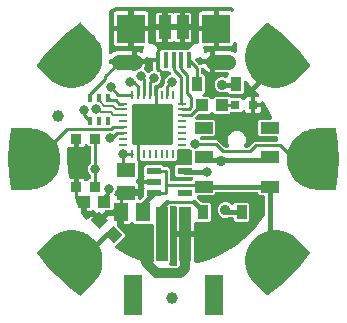
<source format=gbr>
G04 EAGLE Gerber RS-274X export*
G75*
%MOMM*%
%FSLAX34Y34*%
%LPD*%
%INTop Copper*%
%IPPOS*%
%AMOC8*
5,1,8,0,0,1.08239X$1,22.5*%
G01*
%ADD10C,1.000000*%
%ADD11R,1.500000X1.240000*%
%ADD12C,4.216000*%
%ADD13R,0.900000X0.900000*%
%ADD14R,0.910000X1.220000*%
%ADD15R,1.000000X4.600000*%
%ADD16R,1.600000X3.400000*%
%ADD17R,1.240000X1.500000*%
%ADD18R,1.075000X1.000000*%
%ADD19R,0.800000X0.800000*%
%ADD20R,2.413000X2.413000*%
%ADD21C,1.308000*%
%ADD22R,0.400000X1.350000*%
%ADD23R,1.000000X2.000000*%
%ADD24R,1.500000X1.000000*%
%ADD25C,0.350000*%
%ADD26R,0.800000X0.250000*%
%ADD27R,0.250000X0.800000*%
%ADD28R,0.350000X0.700000*%
%ADD29R,1.200000X0.550000*%
%ADD30C,0.254000*%
%ADD31C,0.812800*%
%ADD32C,0.406400*%
%ADD33C,0.304800*%
%ADD34C,0.800100*%
%ADD35C,0.203200*%
%ADD36C,0.906400*%

G36*
X1820Y-90323D02*
X1820Y-90323D01*
X1853Y-90318D01*
X1886Y-90318D01*
X2024Y-90288D01*
X2164Y-90264D01*
X2194Y-90251D01*
X2226Y-90244D01*
X2354Y-90184D01*
X2485Y-90128D01*
X2511Y-90109D01*
X2541Y-90095D01*
X2652Y-90007D01*
X2766Y-89923D01*
X2788Y-89898D01*
X2814Y-89878D01*
X2902Y-89767D01*
X2994Y-89660D01*
X3010Y-89630D01*
X3030Y-89604D01*
X3090Y-89476D01*
X3156Y-89351D01*
X3164Y-89319D01*
X3178Y-89289D01*
X3208Y-89150D01*
X3243Y-89013D01*
X3244Y-88981D01*
X3251Y-88948D01*
X3248Y-88806D01*
X3252Y-88665D01*
X3245Y-88633D01*
X3245Y-88600D01*
X3210Y-88462D01*
X3181Y-88324D01*
X3167Y-88294D01*
X3159Y-88262D01*
X3054Y-88041D01*
X2632Y-87311D01*
X2459Y-86665D01*
X2459Y-65829D01*
X9024Y-65829D01*
X9050Y-65826D01*
X9076Y-65828D01*
X9223Y-65806D01*
X9370Y-65789D01*
X9395Y-65781D01*
X9421Y-65777D01*
X9558Y-65722D01*
X9698Y-65672D01*
X9720Y-65658D01*
X9745Y-65648D01*
X9866Y-65563D01*
X9991Y-65483D01*
X10003Y-65470D01*
X10050Y-65515D01*
X10073Y-65529D01*
X10092Y-65546D01*
X10222Y-65618D01*
X10349Y-65694D01*
X10374Y-65702D01*
X10397Y-65715D01*
X10540Y-65755D01*
X10681Y-65800D01*
X10707Y-65802D01*
X10732Y-65810D01*
X10976Y-65829D01*
X17541Y-65829D01*
X17541Y-86793D01*
X17558Y-86946D01*
X17572Y-87100D01*
X17578Y-87119D01*
X17581Y-87139D01*
X17633Y-87284D01*
X17681Y-87431D01*
X17691Y-87448D01*
X17698Y-87467D01*
X17782Y-87597D01*
X17862Y-87728D01*
X17876Y-87743D01*
X17887Y-87760D01*
X17998Y-87868D01*
X18106Y-87977D01*
X18123Y-87988D01*
X18138Y-88002D01*
X18270Y-88082D01*
X18400Y-88164D01*
X18419Y-88171D01*
X18437Y-88181D01*
X18584Y-88228D01*
X18729Y-88279D01*
X18749Y-88281D01*
X18769Y-88287D01*
X18922Y-88300D01*
X19075Y-88316D01*
X19100Y-88314D01*
X19116Y-88315D01*
X19160Y-88309D01*
X19319Y-88295D01*
X20037Y-88173D01*
X20086Y-88159D01*
X20204Y-88135D01*
X29784Y-85375D01*
X29830Y-85356D01*
X29945Y-85319D01*
X39155Y-81503D01*
X39199Y-81479D01*
X39309Y-81429D01*
X48034Y-76607D01*
X48075Y-76578D01*
X48179Y-76516D01*
X56310Y-70747D01*
X56347Y-70714D01*
X56443Y-70641D01*
X63877Y-63998D01*
X63910Y-63960D01*
X63998Y-63877D01*
X70641Y-56443D01*
X70669Y-56403D01*
X70747Y-56310D01*
X76516Y-48179D01*
X76540Y-48135D01*
X76607Y-48034D01*
X77085Y-47169D01*
X77119Y-47088D01*
X77161Y-47012D01*
X77185Y-46928D01*
X77218Y-46847D01*
X77232Y-46760D01*
X77256Y-46676D01*
X77266Y-46552D01*
X77274Y-46503D01*
X77272Y-46476D01*
X77275Y-46432D01*
X77275Y-32286D01*
X77272Y-32260D01*
X77274Y-32234D01*
X77252Y-32087D01*
X77235Y-31940D01*
X77227Y-31915D01*
X77223Y-31889D01*
X77168Y-31751D01*
X77118Y-31612D01*
X77104Y-31590D01*
X77094Y-31565D01*
X77009Y-31444D01*
X76929Y-31319D01*
X76910Y-31301D01*
X76895Y-31279D01*
X76785Y-31180D01*
X76678Y-31077D01*
X76656Y-31063D01*
X76636Y-31046D01*
X76506Y-30974D01*
X76379Y-30898D01*
X76354Y-30890D01*
X76331Y-30877D01*
X76188Y-30837D01*
X76047Y-30792D01*
X76021Y-30790D01*
X75996Y-30782D01*
X75752Y-30763D01*
X72998Y-30763D01*
X71807Y-29572D01*
X71807Y-29318D01*
X71804Y-29292D01*
X71806Y-29266D01*
X71784Y-29119D01*
X71767Y-28972D01*
X71759Y-28947D01*
X71755Y-28921D01*
X71700Y-28783D01*
X71650Y-28644D01*
X71636Y-28622D01*
X71626Y-28597D01*
X71541Y-28476D01*
X71461Y-28351D01*
X71442Y-28333D01*
X71427Y-28311D01*
X71317Y-28212D01*
X71210Y-28109D01*
X71188Y-28095D01*
X71168Y-28078D01*
X71038Y-28006D01*
X70911Y-27930D01*
X70886Y-27922D01*
X70863Y-27909D01*
X70720Y-27869D01*
X70579Y-27824D01*
X70553Y-27822D01*
X70528Y-27814D01*
X70284Y-27795D01*
X36396Y-27795D01*
X36370Y-27798D01*
X36344Y-27796D01*
X36197Y-27818D01*
X36050Y-27835D01*
X36025Y-27843D01*
X35999Y-27847D01*
X35861Y-27902D01*
X35722Y-27952D01*
X35700Y-27966D01*
X35675Y-27976D01*
X35554Y-28061D01*
X35429Y-28141D01*
X35411Y-28160D01*
X35389Y-28175D01*
X35290Y-28285D01*
X35187Y-28392D01*
X35173Y-28414D01*
X35156Y-28434D01*
X35084Y-28564D01*
X35008Y-28691D01*
X35000Y-28716D01*
X34987Y-28739D01*
X34947Y-28882D01*
X34902Y-29023D01*
X34900Y-29049D01*
X34892Y-29074D01*
X34873Y-29318D01*
X34873Y-29572D01*
X33682Y-30763D01*
X21139Y-30763D01*
X21039Y-30774D01*
X20938Y-30776D01*
X20866Y-30794D01*
X20792Y-30803D01*
X20698Y-30836D01*
X20600Y-30861D01*
X20534Y-30895D01*
X20464Y-30920D01*
X20380Y-30975D01*
X20291Y-31021D01*
X20234Y-31069D01*
X20171Y-31109D01*
X20102Y-31181D01*
X20025Y-31246D01*
X19981Y-31306D01*
X19929Y-31360D01*
X19878Y-31446D01*
X19818Y-31527D01*
X19789Y-31595D01*
X19750Y-31659D01*
X19720Y-31755D01*
X19680Y-31847D01*
X19667Y-31920D01*
X19644Y-31991D01*
X19636Y-32091D01*
X19618Y-32190D01*
X19622Y-32264D01*
X19616Y-32338D01*
X19631Y-32438D01*
X19636Y-32538D01*
X19657Y-32609D01*
X19668Y-32683D01*
X19705Y-32776D01*
X19733Y-32873D01*
X19769Y-32938D01*
X19797Y-33007D01*
X19854Y-33089D01*
X19903Y-33177D01*
X19968Y-33253D01*
X19996Y-33293D01*
X20022Y-33317D01*
X20061Y-33363D01*
X23110Y-36411D01*
X23209Y-36490D01*
X23302Y-36574D01*
X23345Y-36598D01*
X23383Y-36628D01*
X23497Y-36682D01*
X23607Y-36743D01*
X23654Y-36756D01*
X23698Y-36777D01*
X23821Y-36803D01*
X23943Y-36838D01*
X24004Y-36843D01*
X24038Y-36850D01*
X24086Y-36849D01*
X24187Y-36857D01*
X30197Y-36857D01*
X31388Y-38048D01*
X31388Y-51932D01*
X30197Y-53123D01*
X19064Y-53123D01*
X19038Y-53126D01*
X19012Y-53124D01*
X18865Y-53146D01*
X18718Y-53163D01*
X18693Y-53171D01*
X18667Y-53175D01*
X18529Y-53230D01*
X18390Y-53280D01*
X18368Y-53294D01*
X18343Y-53304D01*
X18222Y-53389D01*
X18097Y-53469D01*
X18079Y-53488D01*
X18057Y-53503D01*
X17958Y-53613D01*
X17855Y-53720D01*
X17841Y-53742D01*
X17824Y-53762D01*
X17752Y-53892D01*
X17676Y-54019D01*
X17668Y-54044D01*
X17655Y-54067D01*
X17615Y-54210D01*
X17570Y-54351D01*
X17568Y-54377D01*
X17560Y-54402D01*
X17541Y-54646D01*
X17541Y-60831D01*
X10976Y-60831D01*
X10950Y-60834D01*
X10924Y-60832D01*
X10777Y-60854D01*
X10630Y-60871D01*
X10605Y-60879D01*
X10579Y-60883D01*
X10442Y-60938D01*
X10302Y-60988D01*
X10280Y-61002D01*
X10255Y-61012D01*
X10134Y-61097D01*
X10009Y-61177D01*
X9997Y-61190D01*
X9950Y-61145D01*
X9927Y-61131D01*
X9908Y-61114D01*
X9778Y-61042D01*
X9651Y-60966D01*
X9626Y-60958D01*
X9603Y-60945D01*
X9460Y-60905D01*
X9319Y-60860D01*
X9293Y-60857D01*
X9268Y-60850D01*
X9024Y-60831D01*
X2459Y-60831D01*
X2459Y-41021D01*
X2456Y-40995D01*
X2458Y-40969D01*
X2436Y-40822D01*
X2419Y-40675D01*
X2411Y-40650D01*
X2407Y-40624D01*
X2352Y-40486D01*
X2302Y-40347D01*
X2288Y-40325D01*
X2278Y-40300D01*
X2193Y-40179D01*
X2113Y-40054D01*
X2094Y-40036D01*
X2079Y-40014D01*
X1969Y-39915D01*
X1862Y-39812D01*
X1840Y-39798D01*
X1820Y-39781D01*
X1690Y-39709D01*
X1563Y-39633D01*
X1538Y-39625D01*
X1515Y-39612D01*
X1372Y-39572D01*
X1231Y-39527D01*
X1205Y-39525D01*
X1180Y-39517D01*
X936Y-39498D01*
X-1444Y-39498D01*
X-1470Y-39501D01*
X-1496Y-39499D01*
X-1643Y-39521D01*
X-1790Y-39538D01*
X-1815Y-39546D01*
X-1841Y-39550D01*
X-1979Y-39605D01*
X-2118Y-39655D01*
X-2140Y-39669D01*
X-2165Y-39679D01*
X-2286Y-39764D01*
X-2411Y-39844D01*
X-2429Y-39863D01*
X-2451Y-39878D01*
X-2550Y-39988D01*
X-2653Y-40095D01*
X-2667Y-40117D01*
X-2684Y-40137D01*
X-2756Y-40267D01*
X-2832Y-40394D01*
X-2840Y-40419D01*
X-2853Y-40442D01*
X-2893Y-40585D01*
X-2938Y-40726D01*
X-2940Y-40752D01*
X-2948Y-40777D01*
X-2967Y-41021D01*
X-2967Y-87172D01*
X-3483Y-87688D01*
X-3519Y-87733D01*
X-3561Y-87772D01*
X-3627Y-87869D01*
X-3700Y-87961D01*
X-3724Y-88013D01*
X-3757Y-88061D01*
X-3799Y-88170D01*
X-3849Y-88276D01*
X-3861Y-88332D01*
X-3881Y-88386D01*
X-3897Y-88502D01*
X-3922Y-88617D01*
X-3921Y-88674D01*
X-3929Y-88732D01*
X-3918Y-88848D01*
X-3916Y-88965D01*
X-3902Y-89021D01*
X-3897Y-89079D01*
X-3860Y-89190D01*
X-3831Y-89303D01*
X-3804Y-89355D01*
X-3786Y-89409D01*
X-3725Y-89509D01*
X-3671Y-89613D01*
X-3634Y-89657D01*
X-3604Y-89706D01*
X-3521Y-89789D01*
X-3446Y-89878D01*
X-3399Y-89913D01*
X-3358Y-89954D01*
X-3259Y-90016D01*
X-3165Y-90085D01*
X-3112Y-90108D01*
X-3063Y-90139D01*
X-2953Y-90177D01*
X-2845Y-90223D01*
X-2788Y-90234D01*
X-2734Y-90252D01*
X-2523Y-90281D01*
X-2502Y-90285D01*
X-2498Y-90285D01*
X-2491Y-90286D01*
X-85Y-90421D01*
X-35Y-90418D01*
X85Y-90421D01*
X1820Y-90323D01*
G37*
G36*
X-21279Y72886D02*
X-21279Y72886D01*
X-21129Y72893D01*
X-21106Y72900D01*
X-21082Y72902D01*
X-20939Y72948D01*
X-20794Y72990D01*
X-20773Y73002D01*
X-20750Y73009D01*
X-20621Y73087D01*
X-20490Y73160D01*
X-20468Y73179D01*
X-20451Y73189D01*
X-20417Y73222D01*
X-20304Y73319D01*
X-19928Y73695D01*
X-18311Y74364D01*
X-18223Y74413D01*
X-18130Y74454D01*
X-18071Y74498D01*
X-18007Y74534D01*
X-17932Y74601D01*
X-17851Y74662D01*
X-17803Y74718D01*
X-17749Y74768D01*
X-17691Y74851D01*
X-17626Y74928D01*
X-17592Y74994D01*
X-17550Y75054D01*
X-17513Y75148D01*
X-17467Y75238D01*
X-17450Y75310D01*
X-17423Y75379D01*
X-17408Y75478D01*
X-17383Y75577D01*
X-17382Y75650D01*
X-17372Y75723D01*
X-17380Y75824D01*
X-17379Y75925D01*
X-17397Y76023D01*
X-17401Y76071D01*
X-17412Y76105D01*
X-17423Y76166D01*
X-17541Y76606D01*
X-17541Y82167D01*
X-14523Y82167D01*
X-14523Y75305D01*
X-14514Y75220D01*
X-14514Y75134D01*
X-14494Y75047D01*
X-14484Y74959D01*
X-14455Y74878D01*
X-14435Y74795D01*
X-14396Y74715D01*
X-14366Y74631D01*
X-14319Y74559D01*
X-14282Y74482D01*
X-14225Y74413D01*
X-14177Y74338D01*
X-14115Y74278D01*
X-14061Y74212D01*
X-13991Y74158D01*
X-13926Y74096D01*
X-13853Y74052D01*
X-13785Y74000D01*
X-13670Y73943D01*
X-13627Y73917D01*
X-13603Y73909D01*
X-13566Y73891D01*
X-13429Y73854D01*
X-13295Y73811D01*
X-13262Y73808D01*
X-13229Y73799D01*
X-13088Y73794D01*
X-12948Y73783D01*
X-12914Y73788D01*
X-12881Y73787D01*
X-12743Y73813D01*
X-12603Y73834D01*
X-12572Y73847D01*
X-12539Y73853D01*
X-12410Y73911D01*
X-12279Y73963D01*
X-12252Y73982D01*
X-12221Y73996D01*
X-12109Y74082D01*
X-11993Y74162D01*
X-11971Y74187D01*
X-11944Y74207D01*
X-11854Y74316D01*
X-11759Y74421D01*
X-11743Y74450D01*
X-11722Y74476D01*
X-11659Y74602D01*
X-11591Y74726D01*
X-11582Y74758D01*
X-11567Y74788D01*
X-11535Y74926D01*
X-11496Y75061D01*
X-11493Y75102D01*
X-11487Y75127D01*
X-11487Y75177D01*
X-11477Y75305D01*
X-11477Y83690D01*
X-11480Y83716D01*
X-11477Y83742D01*
X-11499Y83889D01*
X-11516Y84036D01*
X-11525Y84061D01*
X-11529Y84087D01*
X-11584Y84224D01*
X-11634Y84364D01*
X-11648Y84386D01*
X-11658Y84410D01*
X-11742Y84532D01*
X-11823Y84657D01*
X-11842Y84675D01*
X-11857Y84697D01*
X-11967Y84796D01*
X-12074Y84899D01*
X-12097Y84913D01*
X-12116Y84930D01*
X-12246Y85002D01*
X-12373Y85078D01*
X-12398Y85086D01*
X-12421Y85099D01*
X-12564Y85139D01*
X-12705Y85185D01*
X-12731Y85187D01*
X-12757Y85194D01*
X-13000Y85213D01*
X-18352Y85213D01*
X-18437Y85264D01*
X-18462Y85272D01*
X-18485Y85285D01*
X-18628Y85325D01*
X-18769Y85370D01*
X-18795Y85372D01*
X-18820Y85380D01*
X-19064Y85399D01*
X-20702Y85399D01*
X-22013Y85942D01*
X-22105Y85969D01*
X-22193Y86004D01*
X-22272Y86016D01*
X-22348Y86038D01*
X-22443Y86043D01*
X-22538Y86057D01*
X-22617Y86051D01*
X-22696Y86055D01*
X-22790Y86038D01*
X-22885Y86031D01*
X-22961Y86007D01*
X-23039Y85992D01*
X-23127Y85954D01*
X-23218Y85926D01*
X-23286Y85885D01*
X-23358Y85854D01*
X-23435Y85796D01*
X-23517Y85748D01*
X-23575Y85693D01*
X-23638Y85646D01*
X-23700Y85573D01*
X-23769Y85506D01*
X-23812Y85440D01*
X-23863Y85380D01*
X-23907Y85295D01*
X-23959Y85214D01*
X-23986Y85140D01*
X-24022Y85069D01*
X-24045Y84977D01*
X-24078Y84887D01*
X-24087Y84808D01*
X-24106Y84731D01*
X-24108Y84636D01*
X-24119Y84541D01*
X-24111Y84439D01*
X-31001Y84439D01*
X-31001Y91317D01*
X-30874Y91297D01*
X-29514Y90855D01*
X-28241Y90207D01*
X-27959Y90002D01*
X-27824Y89926D01*
X-27691Y89846D01*
X-27673Y89840D01*
X-27656Y89831D01*
X-27507Y89787D01*
X-27359Y89740D01*
X-27340Y89739D01*
X-27321Y89733D01*
X-27166Y89725D01*
X-27012Y89712D01*
X-26993Y89715D01*
X-26973Y89714D01*
X-26820Y89741D01*
X-26667Y89764D01*
X-26649Y89771D01*
X-26630Y89774D01*
X-26487Y89835D01*
X-26343Y89893D01*
X-26327Y89904D01*
X-26310Y89911D01*
X-26184Y90003D01*
X-26057Y90091D01*
X-26044Y90106D01*
X-26029Y90117D01*
X-25927Y90235D01*
X-25824Y90350D01*
X-25814Y90367D01*
X-25802Y90382D01*
X-25730Y90520D01*
X-25655Y90655D01*
X-25650Y90674D01*
X-25641Y90691D01*
X-25603Y90841D01*
X-25560Y90991D01*
X-25558Y91014D01*
X-25555Y91029D01*
X-25554Y91072D01*
X-25541Y91234D01*
X-25541Y92642D01*
X-25091Y93728D01*
X-25049Y93873D01*
X-25004Y94016D01*
X-25002Y94040D01*
X-24995Y94063D01*
X-24988Y94214D01*
X-24976Y94363D01*
X-24979Y94387D01*
X-24978Y94411D01*
X-25005Y94559D01*
X-25027Y94708D01*
X-25036Y94730D01*
X-25041Y94754D01*
X-25101Y94892D01*
X-25156Y95032D01*
X-25170Y95052D01*
X-25179Y95074D01*
X-25269Y95195D01*
X-25355Y95318D01*
X-25373Y95334D01*
X-25387Y95354D01*
X-25502Y95451D01*
X-25614Y95551D01*
X-25635Y95563D01*
X-25653Y95579D01*
X-25787Y95647D01*
X-25919Y95720D01*
X-25942Y95726D01*
X-25964Y95737D01*
X-26109Y95774D01*
X-26254Y95815D01*
X-26283Y95817D01*
X-26302Y95822D01*
X-26349Y95822D01*
X-26498Y95834D01*
X-33751Y95834D01*
X-33751Y99754D01*
X-33763Y99859D01*
X-33765Y99965D01*
X-33783Y100032D01*
X-33791Y100100D01*
X-33826Y100200D01*
X-33853Y100302D01*
X-33885Y100363D01*
X-33908Y100428D01*
X-33966Y100517D01*
X-34015Y100611D01*
X-34060Y100663D01*
X-34097Y100721D01*
X-34173Y100794D01*
X-34243Y100875D01*
X-34298Y100915D01*
X-34348Y100963D01*
X-34439Y101017D01*
X-34525Y101080D01*
X-34588Y101107D01*
X-34647Y101142D01*
X-34748Y101174D01*
X-34846Y101215D01*
X-34935Y101234D01*
X-34979Y101248D01*
X-35018Y101251D01*
X-35085Y101265D01*
X-35811Y101356D01*
X-35878Y101357D01*
X-35945Y101367D01*
X-36121Y101359D01*
X-36160Y101359D01*
X-36171Y101357D01*
X-36189Y101356D01*
X-36915Y101265D01*
X-37018Y101240D01*
X-37123Y101224D01*
X-37187Y101199D01*
X-37254Y101183D01*
X-37348Y101135D01*
X-37447Y101096D01*
X-37503Y101056D01*
X-37565Y101025D01*
X-37646Y100957D01*
X-37733Y100897D01*
X-37779Y100846D01*
X-37832Y100801D01*
X-37895Y100717D01*
X-37966Y100638D01*
X-38000Y100578D01*
X-38041Y100523D01*
X-38084Y100426D01*
X-38135Y100333D01*
X-38154Y100267D01*
X-38181Y100204D01*
X-38201Y100099D01*
X-38230Y99997D01*
X-38237Y99907D01*
X-38245Y99861D01*
X-38244Y99822D01*
X-38249Y99754D01*
X-38249Y95834D01*
X-48400Y95834D01*
X-49046Y96007D01*
X-49625Y96342D01*
X-50098Y96815D01*
X-50433Y97394D01*
X-50606Y98040D01*
X-50606Y108191D01*
X-44564Y108191D01*
X-44538Y108194D01*
X-44512Y108192D01*
X-44365Y108214D01*
X-44218Y108231D01*
X-44193Y108239D01*
X-44167Y108243D01*
X-44029Y108298D01*
X-43890Y108348D01*
X-43868Y108362D01*
X-43843Y108372D01*
X-43722Y108457D01*
X-43597Y108537D01*
X-43579Y108556D01*
X-43557Y108571D01*
X-43458Y108681D01*
X-43355Y108788D01*
X-43341Y108810D01*
X-43324Y108830D01*
X-43252Y108960D01*
X-43176Y109087D01*
X-43168Y109112D01*
X-43155Y109135D01*
X-43115Y109278D01*
X-43070Y109419D01*
X-43068Y109445D01*
X-43060Y109470D01*
X-43041Y109714D01*
X-43041Y111166D01*
X-43044Y111192D01*
X-43042Y111218D01*
X-43064Y111365D01*
X-43081Y111512D01*
X-43089Y111537D01*
X-43093Y111563D01*
X-43148Y111701D01*
X-43198Y111840D01*
X-43212Y111862D01*
X-43222Y111887D01*
X-43307Y112008D01*
X-43387Y112133D01*
X-43406Y112151D01*
X-43421Y112173D01*
X-43531Y112272D01*
X-43638Y112375D01*
X-43660Y112389D01*
X-43680Y112406D01*
X-43810Y112478D01*
X-43937Y112554D01*
X-43962Y112562D01*
X-43985Y112575D01*
X-44128Y112615D01*
X-44269Y112660D01*
X-44295Y112662D01*
X-44320Y112670D01*
X-44564Y112689D01*
X-50606Y112689D01*
X-50606Y122840D01*
X-50433Y123486D01*
X-50098Y124065D01*
X-49625Y124538D01*
X-49060Y124864D01*
X-49051Y124871D01*
X-48399Y125046D01*
X-38249Y125046D01*
X-38249Y121126D01*
X-38237Y121021D01*
X-38235Y120915D01*
X-38217Y120848D01*
X-38209Y120780D01*
X-38174Y120680D01*
X-38147Y120578D01*
X-38115Y120517D01*
X-38092Y120452D01*
X-38034Y120363D01*
X-37985Y120269D01*
X-37940Y120217D01*
X-37903Y120159D01*
X-37827Y120086D01*
X-37757Y120005D01*
X-37702Y119965D01*
X-37652Y119917D01*
X-37561Y119863D01*
X-37475Y119800D01*
X-37412Y119773D01*
X-37353Y119738D01*
X-37252Y119706D01*
X-37154Y119665D01*
X-37065Y119646D01*
X-37021Y119632D01*
X-36982Y119629D01*
X-36915Y119615D01*
X-36189Y119524D01*
X-36122Y119523D01*
X-36055Y119513D01*
X-35879Y119521D01*
X-35840Y119521D01*
X-35829Y119523D01*
X-35811Y119524D01*
X-35085Y119615D01*
X-34982Y119640D01*
X-34877Y119656D01*
X-34813Y119681D01*
X-34746Y119697D01*
X-34652Y119745D01*
X-34553Y119784D01*
X-34497Y119824D01*
X-34435Y119855D01*
X-34354Y119923D01*
X-34267Y119983D01*
X-34221Y120034D01*
X-34168Y120079D01*
X-34105Y120163D01*
X-34034Y120242D01*
X-34000Y120302D01*
X-33959Y120357D01*
X-33916Y120454D01*
X-33865Y120547D01*
X-33846Y120613D01*
X-33819Y120676D01*
X-33799Y120780D01*
X-33770Y120883D01*
X-33763Y120973D01*
X-33755Y121019D01*
X-33756Y121058D01*
X-33751Y121126D01*
X-33751Y125046D01*
X-23600Y125046D01*
X-22954Y124873D01*
X-22375Y124538D01*
X-21902Y124065D01*
X-21567Y123486D01*
X-21394Y122840D01*
X-21394Y112689D01*
X-27436Y112689D01*
X-27462Y112686D01*
X-27488Y112688D01*
X-27635Y112666D01*
X-27782Y112649D01*
X-27807Y112641D01*
X-27833Y112637D01*
X-27971Y112582D01*
X-28110Y112532D01*
X-28132Y112518D01*
X-28157Y112508D01*
X-28278Y112423D01*
X-28403Y112343D01*
X-28421Y112324D01*
X-28443Y112309D01*
X-28542Y112199D01*
X-28645Y112092D01*
X-28659Y112070D01*
X-28676Y112050D01*
X-28748Y111920D01*
X-28824Y111793D01*
X-28832Y111768D01*
X-28845Y111745D01*
X-28885Y111602D01*
X-28930Y111461D01*
X-28932Y111435D01*
X-28940Y111410D01*
X-28959Y111166D01*
X-28959Y109714D01*
X-28956Y109688D01*
X-28958Y109662D01*
X-28936Y109515D01*
X-28919Y109368D01*
X-28911Y109343D01*
X-28907Y109317D01*
X-28852Y109179D01*
X-28802Y109040D01*
X-28788Y109018D01*
X-28778Y108993D01*
X-28693Y108872D01*
X-28613Y108747D01*
X-28594Y108729D01*
X-28579Y108707D01*
X-28469Y108608D01*
X-28362Y108505D01*
X-28340Y108491D01*
X-28320Y108474D01*
X-28190Y108402D01*
X-28063Y108326D01*
X-28038Y108318D01*
X-28015Y108305D01*
X-27872Y108265D01*
X-27731Y108220D01*
X-27705Y108217D01*
X-27680Y108210D01*
X-27436Y108191D01*
X-21394Y108191D01*
X-21394Y99004D01*
X-21391Y98978D01*
X-21393Y98952D01*
X-21371Y98805D01*
X-21354Y98658D01*
X-21346Y98633D01*
X-21342Y98607D01*
X-21287Y98469D01*
X-21237Y98330D01*
X-21223Y98308D01*
X-21213Y98283D01*
X-21128Y98162D01*
X-21048Y98037D01*
X-21029Y98019D01*
X-21014Y97997D01*
X-20904Y97898D01*
X-20797Y97795D01*
X-20775Y97781D01*
X-20755Y97764D01*
X-20625Y97692D01*
X-20498Y97616D01*
X-20473Y97608D01*
X-20450Y97595D01*
X-20307Y97555D01*
X-20166Y97510D01*
X-20140Y97508D01*
X-20115Y97500D01*
X-19871Y97481D01*
X-18298Y97481D01*
X-16078Y96561D01*
X-14379Y94862D01*
X-13989Y93921D01*
X-13952Y93854D01*
X-13924Y93783D01*
X-13868Y93702D01*
X-13820Y93616D01*
X-13769Y93560D01*
X-13725Y93497D01*
X-13652Y93431D01*
X-13586Y93358D01*
X-13523Y93315D01*
X-13466Y93264D01*
X-13380Y93216D01*
X-13299Y93160D01*
X-13228Y93132D01*
X-13161Y93095D01*
X-13066Y93068D01*
X-12975Y93032D01*
X-12899Y93021D01*
X-12826Y93000D01*
X-12677Y92988D01*
X-12630Y92981D01*
X-12611Y92983D01*
X-12582Y92981D01*
X-10665Y92981D01*
X-10019Y92808D01*
X-9793Y92677D01*
X-9699Y92636D01*
X-9610Y92587D01*
X-9540Y92567D01*
X-9473Y92538D01*
X-9373Y92520D01*
X-9275Y92492D01*
X-9177Y92484D01*
X-9130Y92476D01*
X-9094Y92478D01*
X-9031Y92473D01*
X12372Y92473D01*
X12447Y92481D01*
X12524Y92480D01*
X12620Y92501D01*
X12718Y92513D01*
X12790Y92538D01*
X12864Y92555D01*
X12953Y92597D01*
X13046Y92630D01*
X13110Y92672D01*
X13179Y92704D01*
X13256Y92766D01*
X13339Y92819D01*
X13392Y92874D01*
X13452Y92922D01*
X13513Y92999D01*
X13581Y93070D01*
X13620Y93135D01*
X13667Y93195D01*
X13736Y93328D01*
X13760Y93369D01*
X13766Y93387D01*
X13779Y93413D01*
X14379Y94862D01*
X16078Y96561D01*
X18298Y97481D01*
X19871Y97481D01*
X19897Y97484D01*
X19923Y97482D01*
X20070Y97504D01*
X20217Y97521D01*
X20242Y97529D01*
X20268Y97533D01*
X20406Y97588D01*
X20545Y97638D01*
X20567Y97652D01*
X20592Y97662D01*
X20713Y97747D01*
X20838Y97827D01*
X20856Y97846D01*
X20878Y97861D01*
X20977Y97971D01*
X21080Y98078D01*
X21094Y98100D01*
X21111Y98120D01*
X21183Y98249D01*
X21259Y98377D01*
X21267Y98402D01*
X21280Y98425D01*
X21320Y98568D01*
X21365Y98709D01*
X21367Y98735D01*
X21375Y98760D01*
X21394Y99004D01*
X21394Y108191D01*
X27436Y108191D01*
X27462Y108194D01*
X27488Y108192D01*
X27635Y108214D01*
X27782Y108231D01*
X27807Y108239D01*
X27833Y108243D01*
X27971Y108298D01*
X28110Y108348D01*
X28132Y108362D01*
X28157Y108372D01*
X28278Y108457D01*
X28403Y108537D01*
X28421Y108556D01*
X28443Y108571D01*
X28542Y108681D01*
X28645Y108788D01*
X28659Y108810D01*
X28676Y108830D01*
X28748Y108960D01*
X28824Y109087D01*
X28832Y109112D01*
X28845Y109135D01*
X28885Y109278D01*
X28930Y109419D01*
X28932Y109445D01*
X28940Y109470D01*
X28959Y109714D01*
X28959Y111166D01*
X28956Y111192D01*
X28958Y111218D01*
X28936Y111365D01*
X28919Y111512D01*
X28911Y111537D01*
X28907Y111563D01*
X28852Y111701D01*
X28802Y111840D01*
X28788Y111862D01*
X28778Y111887D01*
X28693Y112008D01*
X28613Y112133D01*
X28594Y112151D01*
X28579Y112173D01*
X28469Y112272D01*
X28362Y112375D01*
X28340Y112389D01*
X28320Y112406D01*
X28190Y112478D01*
X28063Y112554D01*
X28038Y112562D01*
X28015Y112575D01*
X27872Y112615D01*
X27731Y112660D01*
X27705Y112662D01*
X27680Y112670D01*
X27436Y112689D01*
X21394Y112689D01*
X21394Y122840D01*
X21567Y123486D01*
X21902Y124065D01*
X22375Y124538D01*
X22954Y124873D01*
X23600Y125046D01*
X33751Y125046D01*
X33751Y121031D01*
X33759Y120955D01*
X33758Y120878D01*
X33779Y120782D01*
X33791Y120685D01*
X33816Y120613D01*
X33833Y120538D01*
X33875Y120449D01*
X33908Y120357D01*
X33950Y120292D01*
X33983Y120223D01*
X34044Y120147D01*
X34097Y120064D01*
X34152Y120011D01*
X34200Y119951D01*
X34277Y119890D01*
X34348Y119822D01*
X34414Y119782D01*
X34474Y119735D01*
X34563Y119693D01*
X34647Y119643D01*
X34720Y119620D01*
X34790Y119587D01*
X34886Y119567D01*
X34979Y119537D01*
X35055Y119531D01*
X35131Y119515D01*
X35279Y119513D01*
X35326Y119509D01*
X35345Y119512D01*
X35375Y119511D01*
X35624Y119528D01*
X35649Y119533D01*
X35675Y119532D01*
X35821Y119564D01*
X35825Y119565D01*
X35899Y119560D01*
X35944Y119562D01*
X36101Y119560D01*
X36142Y119563D01*
X36375Y119528D01*
X36625Y119511D01*
X36702Y119515D01*
X36778Y119509D01*
X36875Y119523D01*
X36973Y119528D01*
X37047Y119549D01*
X37123Y119561D01*
X37214Y119597D01*
X37308Y119624D01*
X37375Y119661D01*
X37447Y119689D01*
X37527Y119745D01*
X37613Y119793D01*
X37670Y119844D01*
X37733Y119888D01*
X37798Y119961D01*
X37871Y120027D01*
X37915Y120090D01*
X37966Y120147D01*
X38014Y120233D01*
X38069Y120313D01*
X38098Y120385D01*
X38135Y120452D01*
X38161Y120546D01*
X38197Y120637D01*
X38209Y120713D01*
X38230Y120787D01*
X38242Y120935D01*
X38248Y120982D01*
X38247Y121002D01*
X38249Y121031D01*
X38249Y125046D01*
X48400Y125046D01*
X49139Y124847D01*
X49178Y124842D01*
X49216Y124829D01*
X49351Y124816D01*
X49484Y124796D01*
X49523Y124800D01*
X49563Y124796D01*
X49697Y124814D01*
X49832Y124825D01*
X49869Y124837D01*
X49908Y124842D01*
X50034Y124890D01*
X50163Y124932D01*
X50197Y124952D01*
X50234Y124966D01*
X50346Y125041D01*
X50462Y125111D01*
X50490Y125139D01*
X50523Y125161D01*
X50615Y125259D01*
X50712Y125354D01*
X50734Y125387D01*
X50760Y125416D01*
X50827Y125533D01*
X50901Y125647D01*
X50914Y125684D01*
X50934Y125718D01*
X50972Y125848D01*
X51018Y125975D01*
X51022Y126014D01*
X51033Y126052D01*
X51042Y126187D01*
X51057Y126321D01*
X51052Y126361D01*
X51055Y126400D01*
X51032Y126533D01*
X51017Y126668D01*
X51003Y126705D01*
X50997Y126744D01*
X50944Y126868D01*
X50898Y126996D01*
X50877Y127029D01*
X50862Y127065D01*
X50782Y127175D01*
X50709Y127288D01*
X50681Y127315D01*
X50657Y127347D01*
X50555Y127436D01*
X50458Y127530D01*
X50424Y127550D01*
X50394Y127576D01*
X50182Y127697D01*
X48733Y128378D01*
X48697Y128391D01*
X48664Y128409D01*
X48532Y128446D01*
X48403Y128490D01*
X48365Y128493D01*
X48329Y128504D01*
X48085Y128523D01*
X-48085Y128523D01*
X-48123Y128519D01*
X-48160Y128521D01*
X-48295Y128499D01*
X-48431Y128483D01*
X-48467Y128471D01*
X-48504Y128464D01*
X-48733Y128378D01*
X-50182Y127697D01*
X-50216Y127676D01*
X-50252Y127662D01*
X-50310Y127622D01*
X-50320Y127618D01*
X-50363Y127607D01*
X-50416Y127582D01*
X-50470Y127562D01*
X-53988Y125908D01*
X-54023Y125886D01*
X-54061Y125871D01*
X-54171Y125795D01*
X-54285Y125724D01*
X-54313Y125695D01*
X-54347Y125672D01*
X-54437Y125573D01*
X-54531Y125478D01*
X-54553Y125444D01*
X-54580Y125413D01*
X-54645Y125296D01*
X-54716Y125183D01*
X-54729Y125144D01*
X-54749Y125108D01*
X-54785Y124979D01*
X-54828Y124853D01*
X-54833Y124812D01*
X-54844Y124773D01*
X-54863Y124529D01*
X-54863Y90176D01*
X-54852Y90076D01*
X-54850Y89976D01*
X-54832Y89904D01*
X-54823Y89830D01*
X-54790Y89736D01*
X-54765Y89638D01*
X-54731Y89572D01*
X-54706Y89502D01*
X-54651Y89418D01*
X-54605Y89328D01*
X-54557Y89272D01*
X-54517Y89209D01*
X-54445Y89139D01*
X-54380Y89063D01*
X-54320Y89019D01*
X-54266Y88967D01*
X-54180Y88915D01*
X-54099Y88856D01*
X-54031Y88826D01*
X-53967Y88788D01*
X-53871Y88758D01*
X-53779Y88718D01*
X-53706Y88705D01*
X-53635Y88682D01*
X-53535Y88674D01*
X-53436Y88656D01*
X-53362Y88660D01*
X-53288Y88654D01*
X-53188Y88669D01*
X-53088Y88674D01*
X-53017Y88695D01*
X-52943Y88706D01*
X-52850Y88743D01*
X-52753Y88771D01*
X-52688Y88807D01*
X-52619Y88834D01*
X-52537Y88892D01*
X-52449Y88941D01*
X-52373Y89006D01*
X-52333Y89033D01*
X-52309Y89060D01*
X-52263Y89099D01*
X-51996Y89366D01*
X-50839Y90207D01*
X-49566Y90855D01*
X-48206Y91297D01*
X-46795Y91521D01*
X-34999Y91521D01*
X-34999Y84439D01*
X-53340Y84439D01*
X-53366Y84436D01*
X-53392Y84438D01*
X-53539Y84416D01*
X-53686Y84399D01*
X-53711Y84391D01*
X-53737Y84387D01*
X-53875Y84332D01*
X-54014Y84282D01*
X-54036Y84268D01*
X-54061Y84258D01*
X-54182Y84173D01*
X-54307Y84093D01*
X-54325Y84074D01*
X-54347Y84059D01*
X-54446Y83949D01*
X-54549Y83842D01*
X-54563Y83820D01*
X-54580Y83800D01*
X-54652Y83670D01*
X-54728Y83543D01*
X-54736Y83518D01*
X-54749Y83495D01*
X-54789Y83352D01*
X-54834Y83211D01*
X-54836Y83185D01*
X-54844Y83160D01*
X-54863Y82916D01*
X-54863Y81964D01*
X-54860Y81938D01*
X-54862Y81912D01*
X-54840Y81765D01*
X-54823Y81618D01*
X-54815Y81593D01*
X-54811Y81567D01*
X-54756Y81429D01*
X-54706Y81290D01*
X-54692Y81268D01*
X-54682Y81243D01*
X-54597Y81122D01*
X-54517Y80997D01*
X-54498Y80979D01*
X-54483Y80957D01*
X-54373Y80858D01*
X-54266Y80755D01*
X-54244Y80741D01*
X-54224Y80724D01*
X-54094Y80652D01*
X-53967Y80576D01*
X-53942Y80568D01*
X-53919Y80555D01*
X-53776Y80515D01*
X-53635Y80470D01*
X-53609Y80467D01*
X-53584Y80460D01*
X-53340Y80441D01*
X-34999Y80441D01*
X-34999Y75635D01*
X-34988Y75536D01*
X-34986Y75435D01*
X-34968Y75363D01*
X-34959Y75289D01*
X-34925Y75195D01*
X-34901Y75097D01*
X-34867Y75031D01*
X-34842Y74961D01*
X-34787Y74877D01*
X-34741Y74787D01*
X-34693Y74731D01*
X-34653Y74668D01*
X-34581Y74599D01*
X-34516Y74522D01*
X-34456Y74478D01*
X-34402Y74426D01*
X-34316Y74375D01*
X-34235Y74315D01*
X-34167Y74285D01*
X-34103Y74247D01*
X-34008Y74217D01*
X-33915Y74177D01*
X-33842Y74164D01*
X-33771Y74141D01*
X-33671Y74133D01*
X-33572Y74115D01*
X-33498Y74119D01*
X-33424Y74113D01*
X-33324Y74128D01*
X-33224Y74133D01*
X-33153Y74154D01*
X-33079Y74165D01*
X-32986Y74202D01*
X-32889Y74230D01*
X-32824Y74266D01*
X-32755Y74294D01*
X-32673Y74351D01*
X-32585Y74400D01*
X-32509Y74465D01*
X-32469Y74492D01*
X-32445Y74519D01*
X-32399Y74558D01*
X-31447Y75510D01*
X-31368Y75610D01*
X-31284Y75703D01*
X-31260Y75746D01*
X-31230Y75783D01*
X-31176Y75898D01*
X-31115Y76008D01*
X-31102Y76055D01*
X-31081Y76099D01*
X-31055Y76222D01*
X-31020Y76344D01*
X-31015Y76404D01*
X-31008Y76439D01*
X-31009Y76488D01*
X-31001Y76588D01*
X-31001Y80441D01*
X-24123Y80441D01*
X-24143Y80314D01*
X-24585Y78954D01*
X-25237Y77674D01*
X-25267Y77593D01*
X-25306Y77517D01*
X-25328Y77430D01*
X-25359Y77347D01*
X-25370Y77262D01*
X-25390Y77178D01*
X-25392Y77090D01*
X-25403Y77002D01*
X-25394Y76916D01*
X-25395Y76830D01*
X-25376Y76743D01*
X-25367Y76655D01*
X-25339Y76573D01*
X-25321Y76489D01*
X-25283Y76409D01*
X-25254Y76325D01*
X-25208Y76252D01*
X-25171Y76175D01*
X-25116Y76105D01*
X-25069Y76030D01*
X-25008Y75969D01*
X-24954Y75902D01*
X-24884Y75847D01*
X-24821Y75785D01*
X-24748Y75740D01*
X-24680Y75686D01*
X-24567Y75628D01*
X-24526Y75603D01*
X-22825Y73903D01*
X-22788Y73813D01*
X-22715Y73682D01*
X-22646Y73548D01*
X-22630Y73529D01*
X-22619Y73508D01*
X-22518Y73397D01*
X-22420Y73282D01*
X-22401Y73268D01*
X-22385Y73250D01*
X-22261Y73165D01*
X-22140Y73075D01*
X-22118Y73066D01*
X-22098Y73052D01*
X-21958Y72997D01*
X-21820Y72937D01*
X-21796Y72933D01*
X-21774Y72924D01*
X-21625Y72902D01*
X-21477Y72875D01*
X-21453Y72877D01*
X-21429Y72873D01*
X-21279Y72886D01*
G37*
G36*
X45788Y9670D02*
X45788Y9670D01*
X45938Y9682D01*
X45961Y9690D01*
X45985Y9693D01*
X46127Y9743D01*
X46270Y9789D01*
X46291Y9802D01*
X46314Y9810D01*
X46440Y9892D01*
X46569Y9969D01*
X46586Y9986D01*
X46606Y9999D01*
X46711Y10108D01*
X46819Y10212D01*
X46832Y10232D01*
X46849Y10250D01*
X46926Y10379D01*
X47007Y10505D01*
X47015Y10528D01*
X47027Y10549D01*
X47073Y10692D01*
X47124Y10834D01*
X47126Y10858D01*
X47134Y10881D01*
X47146Y11030D01*
X47162Y11180D01*
X47160Y11204D01*
X47162Y11228D01*
X47139Y11377D01*
X47122Y11526D01*
X47113Y11554D01*
X47110Y11573D01*
X47092Y11617D01*
X47047Y11759D01*
X45799Y14770D01*
X45799Y17770D01*
X46947Y20542D01*
X49068Y22663D01*
X51840Y23811D01*
X54840Y23811D01*
X57612Y22663D01*
X59733Y20542D01*
X60881Y17770D01*
X60881Y14770D01*
X59633Y11759D01*
X59592Y11614D01*
X59546Y11471D01*
X59544Y11447D01*
X59538Y11424D01*
X59530Y11273D01*
X59518Y11124D01*
X59522Y11100D01*
X59521Y11076D01*
X59548Y10928D01*
X59570Y10779D01*
X59579Y10757D01*
X59583Y10733D01*
X59643Y10595D01*
X59699Y10455D01*
X59713Y10435D01*
X59722Y10413D01*
X59812Y10292D01*
X59898Y10169D01*
X59916Y10153D01*
X59930Y10133D01*
X60045Y10036D01*
X60157Y9936D01*
X60178Y9924D01*
X60196Y9908D01*
X60330Y9840D01*
X60462Y9767D01*
X60485Y9761D01*
X60506Y9750D01*
X60652Y9713D01*
X60797Y9672D01*
X60826Y9670D01*
X60845Y9665D01*
X60892Y9665D01*
X61041Y9653D01*
X62771Y9653D01*
X62897Y9667D01*
X63023Y9674D01*
X63069Y9687D01*
X63117Y9693D01*
X63236Y9735D01*
X63358Y9770D01*
X63400Y9794D01*
X63445Y9810D01*
X63552Y9879D01*
X63662Y9940D01*
X63708Y9980D01*
X63738Y9999D01*
X63772Y10034D01*
X63848Y10099D01*
X68482Y14733D01*
X87270Y14733D01*
X87423Y14750D01*
X87577Y14764D01*
X87596Y14770D01*
X87616Y14773D01*
X87761Y14824D01*
X87908Y14873D01*
X87925Y14883D01*
X87945Y14890D01*
X88073Y14973D01*
X88206Y15054D01*
X88220Y15068D01*
X88237Y15079D01*
X88344Y15190D01*
X88454Y15298D01*
X88465Y15315D01*
X88480Y15330D01*
X88559Y15462D01*
X88641Y15592D01*
X88648Y15611D01*
X88658Y15629D01*
X88705Y15775D01*
X88756Y15921D01*
X88758Y15941D01*
X88765Y15961D01*
X88777Y16114D01*
X88793Y16267D01*
X88791Y16292D01*
X88793Y16308D01*
X88786Y16352D01*
X88772Y16511D01*
X88524Y17969D01*
X88504Y18039D01*
X88493Y18111D01*
X88455Y18206D01*
X88427Y18304D01*
X88391Y18367D01*
X88364Y18435D01*
X88306Y18519D01*
X88256Y18608D01*
X88207Y18661D01*
X88165Y18721D01*
X88090Y18789D01*
X88021Y18865D01*
X87961Y18906D01*
X87907Y18954D01*
X87817Y19004D01*
X87733Y19061D01*
X87665Y19088D01*
X87602Y19123D01*
X87503Y19151D01*
X87408Y19188D01*
X87336Y19198D01*
X87266Y19218D01*
X87108Y19230D01*
X87063Y19237D01*
X87047Y19235D01*
X87022Y19237D01*
X72998Y19237D01*
X71807Y20428D01*
X71807Y32112D01*
X72998Y33303D01*
X81648Y33303D01*
X81797Y33320D01*
X81947Y33332D01*
X81970Y33340D01*
X81994Y33343D01*
X82135Y33393D01*
X82279Y33439D01*
X82299Y33452D01*
X82322Y33460D01*
X82448Y33542D01*
X82577Y33619D01*
X82595Y33636D01*
X82615Y33649D01*
X82719Y33757D01*
X82827Y33862D01*
X82840Y33882D01*
X82857Y33900D01*
X82934Y34029D01*
X83016Y34155D01*
X83024Y34178D01*
X83036Y34199D01*
X83082Y34342D01*
X83132Y34484D01*
X83135Y34508D01*
X83142Y34531D01*
X83154Y34680D01*
X83171Y34830D01*
X83168Y34854D01*
X83170Y34878D01*
X83148Y35026D01*
X83130Y35176D01*
X83121Y35204D01*
X83119Y35223D01*
X83101Y35267D01*
X83055Y35409D01*
X81503Y39155D01*
X81479Y39199D01*
X81429Y39309D01*
X76607Y48034D01*
X76578Y48075D01*
X76516Y48179D01*
X76496Y48207D01*
X76460Y48247D01*
X76431Y48293D01*
X76405Y48318D01*
X76402Y48320D01*
X76344Y48377D01*
X76263Y48467D01*
X76219Y48497D01*
X76180Y48535D01*
X76076Y48597D01*
X75977Y48666D01*
X75927Y48686D01*
X75881Y48714D01*
X75766Y48751D01*
X75654Y48795D01*
X75600Y48804D01*
X75549Y48820D01*
X75429Y48830D01*
X75309Y48848D01*
X75255Y48844D01*
X75202Y48848D01*
X75082Y48830D01*
X74962Y48821D01*
X74910Y48804D01*
X74857Y48796D01*
X74745Y48752D01*
X74630Y48715D01*
X74583Y48687D01*
X74533Y48668D01*
X74434Y48599D01*
X74330Y48537D01*
X74291Y48499D01*
X74247Y48469D01*
X74166Y48379D01*
X74079Y48295D01*
X74050Y48250D01*
X74014Y48210D01*
X73955Y48104D01*
X73889Y48003D01*
X73871Y47952D01*
X73845Y47905D01*
X73812Y47788D01*
X73787Y47719D01*
X69189Y47719D01*
X69189Y52261D01*
X70671Y52261D01*
X70817Y52278D01*
X70963Y52289D01*
X70990Y52297D01*
X71018Y52301D01*
X71156Y52350D01*
X71295Y52394D01*
X71319Y52409D01*
X71346Y52418D01*
X71469Y52498D01*
X71595Y52573D01*
X71615Y52592D01*
X71639Y52607D01*
X71741Y52713D01*
X71846Y52814D01*
X71861Y52838D01*
X71881Y52858D01*
X71956Y52984D01*
X72036Y53107D01*
X72045Y53133D01*
X72060Y53157D01*
X72104Y53296D01*
X72154Y53434D01*
X72157Y53462D01*
X72166Y53489D01*
X72178Y53635D01*
X72195Y53781D01*
X72192Y53808D01*
X72194Y53836D01*
X72172Y53981D01*
X72156Y54127D01*
X72146Y54153D01*
X72142Y54181D01*
X72088Y54317D01*
X72039Y54455D01*
X72021Y54484D01*
X72013Y54505D01*
X71986Y54545D01*
X71914Y54665D01*
X70747Y56310D01*
X70714Y56347D01*
X70641Y56443D01*
X63998Y63877D01*
X63960Y63910D01*
X63877Y63998D01*
X61691Y65951D01*
X61644Y65984D01*
X61602Y66024D01*
X61502Y66084D01*
X61406Y66152D01*
X61353Y66174D01*
X61303Y66203D01*
X61192Y66239D01*
X61083Y66283D01*
X61026Y66292D01*
X60971Y66310D01*
X60855Y66319D01*
X60739Y66337D01*
X60681Y66333D01*
X60624Y66337D01*
X60508Y66320D01*
X60391Y66312D01*
X60336Y66294D01*
X60279Y66286D01*
X60170Y66243D01*
X60059Y66208D01*
X60009Y66178D01*
X59955Y66157D01*
X59859Y66090D01*
X59758Y66031D01*
X59716Y65991D01*
X59669Y65958D01*
X59591Y65872D01*
X59506Y65791D01*
X59474Y65742D01*
X59436Y65699D01*
X59379Y65597D01*
X59315Y65499D01*
X59295Y65445D01*
X59267Y65394D01*
X59235Y65282D01*
X59195Y65172D01*
X59188Y65115D01*
X59172Y65059D01*
X59155Y64846D01*
X59153Y64826D01*
X59153Y64822D01*
X59153Y64815D01*
X59153Y56558D01*
X57962Y55367D01*
X47748Y55367D01*
X47648Y55356D01*
X47548Y55354D01*
X47475Y55336D01*
X47402Y55327D01*
X47307Y55294D01*
X47263Y55282D01*
X45891Y56654D01*
X45832Y56701D01*
X45778Y56756D01*
X45695Y56809D01*
X45618Y56870D01*
X45549Y56903D01*
X45485Y56944D01*
X45392Y56977D01*
X45303Y57019D01*
X45229Y57035D01*
X45157Y57061D01*
X45059Y57072D01*
X44963Y57093D01*
X44886Y57091D01*
X44810Y57100D01*
X44712Y57088D01*
X44614Y57087D01*
X44540Y57068D01*
X44464Y57059D01*
X44322Y57013D01*
X44276Y57002D01*
X44259Y56993D01*
X44231Y56984D01*
X42581Y56300D01*
X39969Y56300D01*
X37556Y57300D01*
X35710Y59146D01*
X34710Y61559D01*
X34710Y64171D01*
X35710Y66584D01*
X37556Y68430D01*
X39969Y69430D01*
X42581Y69430D01*
X43881Y68891D01*
X44026Y68850D01*
X44169Y68804D01*
X44193Y68802D01*
X44216Y68795D01*
X44367Y68788D01*
X44516Y68776D01*
X44540Y68780D01*
X44564Y68778D01*
X44712Y68805D01*
X44861Y68828D01*
X44883Y68837D01*
X44907Y68841D01*
X45045Y68901D01*
X45185Y68956D01*
X45205Y68970D01*
X45227Y68980D01*
X45348Y69070D01*
X45471Y69155D01*
X45487Y69173D01*
X45507Y69188D01*
X45604Y69303D01*
X45704Y69414D01*
X45716Y69435D01*
X45732Y69454D01*
X45800Y69588D01*
X45873Y69719D01*
X45879Y69743D01*
X45890Y69764D01*
X45927Y69910D01*
X45968Y70055D01*
X45970Y70084D01*
X45975Y70102D01*
X45975Y70149D01*
X45987Y70298D01*
X45987Y70442D01*
X46304Y70759D01*
X46367Y70838D01*
X46436Y70910D01*
X46475Y70974D01*
X46521Y71032D01*
X46564Y71123D01*
X46615Y71209D01*
X46638Y71280D01*
X46670Y71347D01*
X46691Y71445D01*
X46721Y71541D01*
X46727Y71615D01*
X46743Y71688D01*
X46741Y71788D01*
X46749Y71888D01*
X46738Y71962D01*
X46737Y72036D01*
X46713Y72133D01*
X46698Y72233D01*
X46670Y72302D01*
X46652Y72374D01*
X46606Y72463D01*
X46569Y72557D01*
X46527Y72618D01*
X46493Y72684D01*
X46427Y72761D01*
X46370Y72843D01*
X46315Y72893D01*
X46267Y72949D01*
X46186Y73009D01*
X46111Y73076D01*
X46046Y73112D01*
X45986Y73157D01*
X45894Y73196D01*
X45806Y73245D01*
X45735Y73265D01*
X45666Y73295D01*
X45568Y73312D01*
X45471Y73340D01*
X45371Y73348D01*
X45323Y73356D01*
X45288Y73354D01*
X45227Y73359D01*
X34999Y73359D01*
X34999Y81964D01*
X34996Y81990D01*
X34998Y82016D01*
X34976Y82163D01*
X34959Y82310D01*
X34951Y82335D01*
X34947Y82361D01*
X34914Y82442D01*
X34925Y82480D01*
X34970Y82621D01*
X34972Y82647D01*
X34980Y82672D01*
X34999Y82916D01*
X34999Y91521D01*
X46795Y91521D01*
X48206Y91297D01*
X49566Y90855D01*
X50839Y90207D01*
X51175Y89963D01*
X51310Y89887D01*
X51443Y89807D01*
X51461Y89801D01*
X51478Y89792D01*
X51628Y89748D01*
X51775Y89701D01*
X51794Y89699D01*
X51813Y89694D01*
X51968Y89685D01*
X52122Y89673D01*
X52141Y89676D01*
X52161Y89675D01*
X52314Y89702D01*
X52467Y89725D01*
X52485Y89732D01*
X52504Y89735D01*
X52646Y89796D01*
X52791Y89853D01*
X52807Y89864D01*
X52824Y89872D01*
X52950Y89964D01*
X53077Y90052D01*
X53090Y90067D01*
X53105Y90078D01*
X53207Y90196D01*
X53310Y90311D01*
X53320Y90328D01*
X53332Y90343D01*
X53403Y90479D01*
X53479Y90616D01*
X53484Y90635D01*
X53493Y90652D01*
X53531Y90802D01*
X53574Y90951D01*
X53576Y90975D01*
X53579Y90990D01*
X53580Y91033D01*
X53593Y91195D01*
X53593Y97620D01*
X53576Y97769D01*
X53564Y97918D01*
X53556Y97941D01*
X53553Y97966D01*
X53503Y98107D01*
X53457Y98249D01*
X53444Y98271D01*
X53436Y98294D01*
X53355Y98420D01*
X53278Y98548D01*
X53260Y98566D01*
X53247Y98587D01*
X53139Y98691D01*
X53035Y98798D01*
X53014Y98812D01*
X52996Y98829D01*
X52868Y98906D01*
X52742Y98987D01*
X52718Y98995D01*
X52697Y99008D01*
X52555Y99054D01*
X52414Y99104D01*
X52389Y99107D01*
X52365Y99114D01*
X52216Y99126D01*
X52067Y99143D01*
X52043Y99140D01*
X52018Y99142D01*
X51870Y99120D01*
X51721Y99103D01*
X51698Y99094D01*
X51673Y99091D01*
X51534Y99035D01*
X51393Y98985D01*
X51372Y98971D01*
X51349Y98962D01*
X51227Y98877D01*
X51101Y98795D01*
X51083Y98777D01*
X51063Y98763D01*
X50963Y98652D01*
X50859Y98544D01*
X50846Y98523D01*
X50830Y98504D01*
X50757Y98372D01*
X50681Y98244D01*
X50671Y98216D01*
X50661Y98199D01*
X50648Y98153D01*
X50599Y98014D01*
X50433Y97394D01*
X50098Y96815D01*
X49625Y96342D01*
X49046Y96007D01*
X48400Y95834D01*
X38249Y95834D01*
X38249Y99876D01*
X38246Y99902D01*
X38248Y99928D01*
X38226Y100075D01*
X38209Y100222D01*
X38201Y100247D01*
X38197Y100273D01*
X38142Y100411D01*
X38092Y100550D01*
X38078Y100572D01*
X38068Y100597D01*
X37983Y100718D01*
X37903Y100843D01*
X37884Y100861D01*
X37869Y100883D01*
X37759Y100982D01*
X37652Y101085D01*
X37630Y101099D01*
X37610Y101116D01*
X37480Y101188D01*
X37353Y101264D01*
X37328Y101272D01*
X37305Y101285D01*
X37162Y101325D01*
X37021Y101370D01*
X36995Y101372D01*
X36970Y101380D01*
X36726Y101399D01*
X35274Y101399D01*
X35248Y101396D01*
X35222Y101398D01*
X35075Y101376D01*
X34928Y101359D01*
X34903Y101351D01*
X34877Y101347D01*
X34739Y101292D01*
X34600Y101242D01*
X34578Y101228D01*
X34553Y101218D01*
X34432Y101133D01*
X34307Y101053D01*
X34289Y101034D01*
X34267Y101019D01*
X34168Y100909D01*
X34065Y100802D01*
X34051Y100780D01*
X34034Y100760D01*
X33962Y100630D01*
X33886Y100503D01*
X33878Y100478D01*
X33865Y100455D01*
X33825Y100312D01*
X33780Y100171D01*
X33777Y100145D01*
X33770Y100120D01*
X33751Y99876D01*
X33751Y95834D01*
X26498Y95834D01*
X26349Y95817D01*
X26199Y95805D01*
X26176Y95797D01*
X26152Y95794D01*
X26010Y95744D01*
X25867Y95698D01*
X25846Y95685D01*
X25824Y95677D01*
X25697Y95595D01*
X25569Y95518D01*
X25551Y95501D01*
X25531Y95488D01*
X25426Y95380D01*
X25319Y95275D01*
X25306Y95255D01*
X25289Y95237D01*
X25212Y95108D01*
X25130Y94982D01*
X25122Y94959D01*
X25110Y94938D01*
X25064Y94795D01*
X25014Y94653D01*
X25011Y94629D01*
X25004Y94606D01*
X24992Y94457D01*
X24975Y94307D01*
X24978Y94283D01*
X24976Y94259D01*
X24998Y94111D01*
X25016Y93961D01*
X25025Y93933D01*
X25027Y93914D01*
X25045Y93871D01*
X25091Y93728D01*
X25541Y92642D01*
X25541Y91234D01*
X25558Y91080D01*
X25572Y90926D01*
X25578Y90907D01*
X25581Y90888D01*
X25633Y90742D01*
X25682Y90595D01*
X25692Y90578D01*
X25698Y90560D01*
X25782Y90430D01*
X25863Y90297D01*
X25877Y90284D01*
X25887Y90267D01*
X25999Y90159D01*
X26108Y90049D01*
X26124Y90039D01*
X26138Y90025D01*
X26271Y89945D01*
X26402Y89863D01*
X26420Y89856D01*
X26437Y89846D01*
X26585Y89799D01*
X26731Y89748D01*
X26750Y89746D01*
X26769Y89740D01*
X26923Y89728D01*
X27078Y89711D01*
X27097Y89714D01*
X27116Y89712D01*
X27270Y89735D01*
X27424Y89754D01*
X27442Y89761D01*
X27461Y89764D01*
X27606Y89821D01*
X27751Y89875D01*
X27770Y89887D01*
X27785Y89893D01*
X27821Y89918D01*
X27959Y90002D01*
X28241Y90207D01*
X29514Y90855D01*
X30874Y91297D01*
X31001Y91317D01*
X31001Y84439D01*
X24111Y84439D01*
X24118Y84487D01*
X24112Y84566D01*
X24115Y84645D01*
X24097Y84739D01*
X24089Y84834D01*
X24065Y84910D01*
X24050Y84987D01*
X24012Y85075D01*
X23982Y85166D01*
X23941Y85234D01*
X23909Y85306D01*
X23852Y85383D01*
X23802Y85465D01*
X23747Y85521D01*
X23700Y85585D01*
X23626Y85646D01*
X23560Y85714D01*
X23493Y85757D01*
X23432Y85808D01*
X23347Y85851D01*
X23266Y85903D01*
X23192Y85929D01*
X23121Y85965D01*
X23028Y85987D01*
X22938Y86019D01*
X22859Y86028D01*
X22782Y86047D01*
X22687Y86048D01*
X22592Y86058D01*
X22513Y86049D01*
X22434Y86050D01*
X22340Y86029D01*
X22245Y86018D01*
X22142Y85984D01*
X22094Y85973D01*
X22064Y85959D01*
X22013Y85942D01*
X20702Y85399D01*
X19639Y85399D01*
X19539Y85388D01*
X19439Y85386D01*
X19367Y85368D01*
X19293Y85359D01*
X19198Y85326D01*
X19101Y85301D01*
X19035Y85267D01*
X18965Y85242D01*
X18880Y85187D01*
X18791Y85141D01*
X18734Y85093D01*
X18672Y85053D01*
X18602Y84981D01*
X18526Y84916D01*
X18481Y84856D01*
X18430Y84802D01*
X18378Y84716D01*
X18318Y84635D01*
X18289Y84567D01*
X18251Y84503D01*
X18220Y84407D01*
X18180Y84315D01*
X18167Y84242D01*
X18145Y84171D01*
X18136Y84071D01*
X18119Y83972D01*
X18123Y83898D01*
X18117Y83824D01*
X18131Y83724D01*
X18137Y83624D01*
X18157Y83553D01*
X18168Y83479D01*
X18205Y83386D01*
X18233Y83289D01*
X18270Y83224D01*
X18297Y83155D01*
X18354Y83073D01*
X18403Y82985D01*
X18468Y82909D01*
X18496Y82869D01*
X18522Y82845D01*
X18562Y82799D01*
X20742Y80619D01*
X21410Y79950D01*
X21446Y79922D01*
X21477Y79888D01*
X21582Y79814D01*
X21683Y79734D01*
X21725Y79714D01*
X21762Y79688D01*
X21882Y79640D01*
X21999Y79585D01*
X22043Y79575D01*
X22085Y79558D01*
X22213Y79539D01*
X22339Y79511D01*
X22385Y79512D01*
X22430Y79505D01*
X22559Y79515D01*
X22688Y79517D01*
X22732Y79528D01*
X22777Y79532D01*
X22900Y79571D01*
X23026Y79602D01*
X23066Y79623D01*
X23110Y79637D01*
X23220Y79703D01*
X23336Y79762D01*
X23370Y79792D01*
X23409Y79815D01*
X23502Y79904D01*
X23601Y79988D01*
X23628Y80024D01*
X23661Y80056D01*
X23731Y80164D01*
X23808Y80268D01*
X23826Y80310D01*
X23851Y80348D01*
X23885Y80441D01*
X31001Y80441D01*
X31001Y73563D01*
X30874Y73583D01*
X29514Y74025D01*
X28241Y74673D01*
X27084Y75514D01*
X26074Y76524D01*
X25878Y76793D01*
X25848Y76827D01*
X25823Y76865D01*
X25730Y76955D01*
X25643Y77050D01*
X25605Y77075D01*
X25572Y77107D01*
X25461Y77173D01*
X25355Y77246D01*
X25312Y77263D01*
X25273Y77286D01*
X25150Y77325D01*
X25030Y77372D01*
X24985Y77378D01*
X24941Y77392D01*
X24812Y77403D01*
X24685Y77421D01*
X24639Y77416D01*
X24594Y77420D01*
X24466Y77401D01*
X24337Y77389D01*
X24294Y77375D01*
X24249Y77368D01*
X24129Y77321D01*
X24006Y77280D01*
X23968Y77257D01*
X23925Y77240D01*
X23819Y77166D01*
X23709Y77099D01*
X23676Y77067D01*
X23639Y77041D01*
X23553Y76945D01*
X23461Y76854D01*
X23436Y76816D01*
X23406Y76782D01*
X23343Y76669D01*
X23274Y76560D01*
X23259Y76517D01*
X23237Y76477D01*
X23202Y76353D01*
X23160Y76231D01*
X23155Y76185D01*
X23142Y76142D01*
X23123Y75898D01*
X23123Y73156D01*
X23126Y73130D01*
X23124Y73104D01*
X23146Y72957D01*
X23163Y72810D01*
X23171Y72785D01*
X23175Y72759D01*
X23230Y72621D01*
X23280Y72482D01*
X23294Y72460D01*
X23304Y72435D01*
X23389Y72314D01*
X23469Y72189D01*
X23488Y72171D01*
X23503Y72149D01*
X23613Y72050D01*
X23720Y71947D01*
X23742Y71933D01*
X23762Y71916D01*
X23892Y71844D01*
X24019Y71768D01*
X24044Y71760D01*
X24067Y71747D01*
X24210Y71707D01*
X24351Y71662D01*
X24377Y71660D01*
X24402Y71652D01*
X24646Y71633D01*
X25212Y71633D01*
X26403Y70442D01*
X26403Y56558D01*
X24858Y55013D01*
X24795Y54934D01*
X24725Y54862D01*
X24687Y54798D01*
X24641Y54740D01*
X24598Y54649D01*
X24547Y54563D01*
X24524Y54492D01*
X24492Y54425D01*
X24471Y54327D01*
X24440Y54231D01*
X24434Y54157D01*
X24419Y54084D01*
X24421Y53984D01*
X24412Y53884D01*
X24423Y53810D01*
X24425Y53736D01*
X24449Y53638D01*
X24464Y53539D01*
X24492Y53470D01*
X24510Y53398D01*
X24556Y53308D01*
X24593Y53215D01*
X24635Y53154D01*
X24669Y53088D01*
X24734Y53011D01*
X24792Y52929D01*
X24847Y52879D01*
X24895Y52823D01*
X24976Y52763D01*
X25051Y52696D01*
X25116Y52660D01*
X25176Y52615D01*
X25268Y52576D01*
X25356Y52527D01*
X25427Y52507D01*
X25496Y52477D01*
X25594Y52460D01*
X25691Y52432D01*
X25791Y52424D01*
X25839Y52416D01*
X25874Y52418D01*
X25935Y52413D01*
X30025Y52413D01*
X31231Y51207D01*
X31251Y51190D01*
X31268Y51170D01*
X31388Y51082D01*
X31504Y50990D01*
X31528Y50979D01*
X31549Y50963D01*
X31685Y50905D01*
X31819Y50841D01*
X31845Y50836D01*
X31869Y50825D01*
X32015Y50799D01*
X32160Y50768D01*
X32186Y50768D01*
X32212Y50764D01*
X32360Y50771D01*
X32508Y50774D01*
X32534Y50780D01*
X32560Y50782D01*
X32702Y50823D01*
X32846Y50859D01*
X32869Y50871D01*
X32895Y50878D01*
X33024Y50951D01*
X33156Y51018D01*
X33176Y51035D01*
X33199Y51048D01*
X33385Y51207D01*
X34591Y52413D01*
X46455Y52413D01*
X46555Y52424D01*
X46655Y52426D01*
X46728Y52444D01*
X46801Y52453D01*
X46896Y52486D01*
X46940Y52497D01*
X47239Y52199D01*
X47338Y52120D01*
X47432Y52036D01*
X47474Y52012D01*
X47512Y51982D01*
X47626Y51928D01*
X47737Y51867D01*
X47783Y51854D01*
X47827Y51833D01*
X47950Y51807D01*
X48072Y51772D01*
X48133Y51767D01*
X48168Y51760D01*
X48216Y51761D01*
X48316Y51753D01*
X57032Y51753D01*
X58416Y50368D01*
X58456Y50337D01*
X58491Y50299D01*
X58592Y50229D01*
X58689Y50152D01*
X58735Y50130D01*
X58778Y50101D01*
X58893Y50056D01*
X59004Y50003D01*
X59054Y49992D01*
X59102Y49973D01*
X59224Y49955D01*
X59345Y49929D01*
X59396Y49930D01*
X59447Y49923D01*
X59570Y49933D01*
X59694Y49935D01*
X59743Y49948D01*
X59794Y49952D01*
X59912Y49990D01*
X60032Y50020D01*
X60077Y50044D01*
X60126Y50059D01*
X60232Y50123D01*
X60341Y50180D01*
X60380Y50213D01*
X60424Y50239D01*
X60513Y50326D01*
X60607Y50406D01*
X60637Y50447D01*
X60674Y50482D01*
X60813Y50684D01*
X60814Y50686D01*
X61157Y51280D01*
X61630Y51753D01*
X62209Y52088D01*
X62855Y52261D01*
X65191Y52261D01*
X65191Y46196D01*
X65194Y46170D01*
X65192Y46144D01*
X65214Y45997D01*
X65231Y45850D01*
X65239Y45825D01*
X65243Y45799D01*
X65276Y45718D01*
X65265Y45680D01*
X65220Y45539D01*
X65217Y45513D01*
X65210Y45488D01*
X65191Y45244D01*
X65191Y39179D01*
X62855Y39179D01*
X62209Y39352D01*
X61630Y39687D01*
X61157Y40160D01*
X60813Y40756D01*
X60782Y40797D01*
X60759Y40843D01*
X60679Y40937D01*
X60605Y41036D01*
X60566Y41069D01*
X60533Y41108D01*
X60433Y41182D01*
X60339Y41261D01*
X60294Y41285D01*
X60253Y41315D01*
X60139Y41364D01*
X60029Y41421D01*
X59980Y41433D01*
X59933Y41453D01*
X59811Y41475D01*
X59691Y41505D01*
X59640Y41506D01*
X59590Y41515D01*
X59466Y41508D01*
X59342Y41510D01*
X59293Y41499D01*
X59242Y41497D01*
X59123Y41463D01*
X59002Y41436D01*
X58956Y41414D01*
X58907Y41400D01*
X58799Y41340D01*
X58687Y41287D01*
X58647Y41255D01*
X58603Y41230D01*
X58416Y41072D01*
X57032Y39687D01*
X48996Y39687D01*
X48870Y39673D01*
X48744Y39666D01*
X48698Y39653D01*
X48650Y39647D01*
X48531Y39605D01*
X48409Y39570D01*
X48367Y39546D01*
X48322Y39530D01*
X48215Y39461D01*
X48105Y39400D01*
X48059Y39360D01*
X48029Y39341D01*
X47995Y39306D01*
X47919Y39241D01*
X47025Y38347D01*
X34591Y38347D01*
X33385Y39553D01*
X33365Y39569D01*
X33348Y39589D01*
X33228Y39678D01*
X33112Y39770D01*
X33088Y39781D01*
X33067Y39797D01*
X32931Y39855D01*
X32797Y39919D01*
X32771Y39924D01*
X32747Y39935D01*
X32601Y39961D01*
X32456Y39992D01*
X32430Y39992D01*
X32404Y39996D01*
X32256Y39989D01*
X32108Y39986D01*
X32082Y39980D01*
X32056Y39978D01*
X31914Y39937D01*
X31770Y39901D01*
X31747Y39889D01*
X31721Y39882D01*
X31592Y39809D01*
X31460Y39741D01*
X31440Y39724D01*
X31417Y39712D01*
X31231Y39553D01*
X30025Y38347D01*
X21544Y38347D01*
X21418Y38333D01*
X21292Y38326D01*
X21246Y38313D01*
X21198Y38307D01*
X21079Y38265D01*
X20957Y38230D01*
X20915Y38206D01*
X20870Y38190D01*
X20763Y38121D01*
X20653Y38060D01*
X20607Y38020D01*
X20577Y38001D01*
X20543Y37966D01*
X20467Y37901D01*
X18469Y35903D01*
X18406Y35825D01*
X18337Y35752D01*
X18298Y35688D01*
X18252Y35630D01*
X18209Y35539D01*
X18158Y35453D01*
X18135Y35382D01*
X18103Y35315D01*
X18082Y35217D01*
X18052Y35121D01*
X18046Y35047D01*
X18030Y34974D01*
X18032Y34874D01*
X18024Y34774D01*
X18035Y34700D01*
X18036Y34626D01*
X18060Y34529D01*
X18075Y34429D01*
X18103Y34360D01*
X18121Y34288D01*
X18167Y34198D01*
X18204Y34105D01*
X18246Y34044D01*
X18281Y33978D01*
X18346Y33901D01*
X18403Y33819D01*
X18458Y33769D01*
X18506Y33713D01*
X18587Y33653D01*
X18662Y33586D01*
X18727Y33550D01*
X18787Y33505D01*
X18879Y33466D01*
X18967Y33417D01*
X19038Y33397D01*
X19107Y33367D01*
X19205Y33350D01*
X19302Y33322D01*
X19402Y33314D01*
X19450Y33306D01*
X19485Y33308D01*
X19546Y33303D01*
X33682Y33303D01*
X34873Y32112D01*
X34873Y20428D01*
X33682Y19237D01*
X23452Y19237D01*
X23353Y19226D01*
X23252Y19224D01*
X23180Y19206D01*
X23106Y19197D01*
X23012Y19163D01*
X22914Y19139D01*
X22848Y19105D01*
X22778Y19080D01*
X22694Y19025D01*
X22604Y18979D01*
X22548Y18931D01*
X22485Y18891D01*
X22416Y18819D01*
X22339Y18753D01*
X22295Y18694D01*
X22243Y18640D01*
X22192Y18554D01*
X22132Y18473D01*
X22102Y18405D01*
X22064Y18341D01*
X22034Y18245D01*
X21994Y18153D01*
X21981Y18080D01*
X21958Y18009D01*
X21950Y17909D01*
X21932Y17810D01*
X21936Y17736D01*
X21930Y17662D01*
X21945Y17563D01*
X21950Y17462D01*
X21971Y17391D01*
X21982Y17317D01*
X22019Y17224D01*
X22047Y17127D01*
X22083Y17062D01*
X22111Y16993D01*
X22168Y16911D01*
X22217Y16823D01*
X22282Y16747D01*
X22309Y16707D01*
X22336Y16683D01*
X22375Y16637D01*
X22564Y16449D01*
X22662Y16370D01*
X22756Y16286D01*
X22799Y16262D01*
X22837Y16232D01*
X22951Y16178D01*
X23061Y16117D01*
X23108Y16104D01*
X23152Y16083D01*
X23275Y16057D01*
X23397Y16022D01*
X23457Y16017D01*
X23492Y16010D01*
X23541Y16011D01*
X23641Y16003D01*
X36928Y16003D01*
X42832Y10099D01*
X42931Y10020D01*
X43025Y9936D01*
X43067Y9912D01*
X43105Y9882D01*
X43219Y9828D01*
X43330Y9767D01*
X43376Y9754D01*
X43420Y9733D01*
X43543Y9707D01*
X43665Y9672D01*
X43726Y9667D01*
X43761Y9660D01*
X43809Y9661D01*
X43909Y9653D01*
X45639Y9653D01*
X45788Y9670D01*
G37*
G36*
X-121900Y-26031D02*
X-121900Y-26031D01*
X-121875Y-26033D01*
X-118260Y-25774D01*
X-118223Y-25765D01*
X-118170Y-25761D01*
X-114629Y-24991D01*
X-114594Y-24976D01*
X-114542Y-24965D01*
X-111147Y-23699D01*
X-111114Y-23679D01*
X-111065Y-23661D01*
X-107884Y-21925D01*
X-107854Y-21901D01*
X-107808Y-21876D01*
X-104906Y-19704D01*
X-104880Y-19676D01*
X-104838Y-19645D01*
X-102276Y-17082D01*
X-102254Y-17051D01*
X-102216Y-17014D01*
X-100044Y-14112D01*
X-100027Y-14078D01*
X-99996Y-14036D01*
X-98259Y-10856D01*
X-98247Y-10819D01*
X-98221Y-10773D01*
X-96955Y-7378D01*
X-96948Y-7340D01*
X-96929Y-7291D01*
X-96159Y-3750D01*
X-96157Y-3712D01*
X-96146Y-3660D01*
X-95887Y-45D01*
X-95891Y-7D01*
X-95887Y45D01*
X-96146Y3660D01*
X-96155Y3697D01*
X-96159Y3750D01*
X-96929Y7291D01*
X-96944Y7326D01*
X-96955Y7378D01*
X-98221Y10773D01*
X-98241Y10806D01*
X-98259Y10856D01*
X-99996Y14036D01*
X-100019Y14066D01*
X-100044Y14112D01*
X-102216Y17014D01*
X-102244Y17040D01*
X-102276Y17082D01*
X-104838Y19645D01*
X-104869Y19666D01*
X-104906Y19704D01*
X-107808Y21876D01*
X-107842Y21893D01*
X-107884Y21925D01*
X-111065Y23661D01*
X-111101Y23673D01*
X-111147Y23699D01*
X-114542Y24965D01*
X-114580Y24972D01*
X-114629Y24991D01*
X-118170Y25761D01*
X-118208Y25763D01*
X-118260Y25774D01*
X-121875Y26033D01*
X-121895Y26031D01*
X-121920Y26034D01*
X-137160Y26034D01*
X-137184Y26030D01*
X-137208Y26032D01*
X-137294Y26010D01*
X-137381Y25995D01*
X-137402Y25982D01*
X-137426Y25976D01*
X-137498Y25925D01*
X-137574Y25880D01*
X-137589Y25862D01*
X-137610Y25847D01*
X-137660Y25775D01*
X-137715Y25706D01*
X-137723Y25683D01*
X-137737Y25663D01*
X-137777Y25525D01*
X-137787Y25494D01*
X-137787Y25489D01*
X-137789Y25483D01*
X-139454Y12831D01*
X-139453Y12807D01*
X-139459Y12776D01*
X-140016Y28D01*
X-140013Y3D01*
X-140016Y-28D01*
X-139459Y-12776D01*
X-139454Y-12800D01*
X-139454Y-12831D01*
X-137789Y-25483D01*
X-137781Y-25506D01*
X-137781Y-25531D01*
X-137748Y-25612D01*
X-137721Y-25697D01*
X-137706Y-25716D01*
X-137696Y-25738D01*
X-137637Y-25804D01*
X-137582Y-25873D01*
X-137562Y-25886D01*
X-137545Y-25904D01*
X-137466Y-25944D01*
X-137391Y-25991D01*
X-137367Y-25995D01*
X-137345Y-26007D01*
X-137203Y-26028D01*
X-137171Y-26034D01*
X-137166Y-26033D01*
X-137160Y-26034D01*
X-121920Y-26034D01*
X-121900Y-26031D01*
G37*
G36*
X137184Y-26030D02*
X137184Y-26030D01*
X137208Y-26032D01*
X137294Y-26010D01*
X137381Y-25995D01*
X137402Y-25982D01*
X137426Y-25976D01*
X137498Y-25925D01*
X137574Y-25880D01*
X137589Y-25862D01*
X137610Y-25847D01*
X137660Y-25775D01*
X137715Y-25706D01*
X137723Y-25683D01*
X137737Y-25663D01*
X137777Y-25525D01*
X137787Y-25494D01*
X137787Y-25489D01*
X137789Y-25483D01*
X139454Y-12831D01*
X139453Y-12811D01*
X139454Y-12809D01*
X139454Y-12803D01*
X139459Y-12776D01*
X140016Y-28D01*
X140013Y-3D01*
X140016Y28D01*
X139459Y12776D01*
X139454Y12800D01*
X139454Y12831D01*
X137789Y25483D01*
X137781Y25506D01*
X137781Y25531D01*
X137748Y25612D01*
X137721Y25697D01*
X137706Y25716D01*
X137696Y25738D01*
X137637Y25804D01*
X137582Y25873D01*
X137562Y25886D01*
X137545Y25904D01*
X137466Y25944D01*
X137391Y25991D01*
X137367Y25995D01*
X137345Y26007D01*
X137203Y26028D01*
X137171Y26034D01*
X137166Y26033D01*
X137160Y26034D01*
X121920Y26034D01*
X121900Y26031D01*
X121875Y26033D01*
X118260Y25774D01*
X118223Y25765D01*
X118170Y25761D01*
X114629Y24991D01*
X114594Y24976D01*
X114542Y24965D01*
X112039Y24032D01*
X111147Y23699D01*
X111114Y23679D01*
X111065Y23661D01*
X107884Y21925D01*
X107854Y21901D01*
X107808Y21876D01*
X104906Y19704D01*
X104880Y19676D01*
X104838Y19645D01*
X102276Y17082D01*
X102254Y17051D01*
X102216Y17014D01*
X100044Y14112D01*
X100027Y14078D01*
X99996Y14036D01*
X98259Y10856D01*
X98247Y10819D01*
X98221Y10773D01*
X96955Y7378D01*
X96948Y7340D01*
X96929Y7291D01*
X96159Y3750D01*
X96157Y3712D01*
X96146Y3660D01*
X95887Y45D01*
X95891Y7D01*
X95887Y-45D01*
X96146Y-3660D01*
X96155Y-3697D01*
X96159Y-3750D01*
X96929Y-7291D01*
X96944Y-7326D01*
X96955Y-7378D01*
X98221Y-10773D01*
X98241Y-10806D01*
X98259Y-10856D01*
X99996Y-14036D01*
X100019Y-14066D01*
X100044Y-14112D01*
X102216Y-17014D01*
X102244Y-17040D01*
X102276Y-17082D01*
X104838Y-19645D01*
X104869Y-19666D01*
X104906Y-19704D01*
X107808Y-21876D01*
X107842Y-21893D01*
X107884Y-21925D01*
X111065Y-23661D01*
X111101Y-23673D01*
X111147Y-23699D01*
X114542Y-24965D01*
X114580Y-24972D01*
X114629Y-24991D01*
X118170Y-25761D01*
X118208Y-25763D01*
X118260Y-25774D01*
X121875Y-26033D01*
X121895Y-26031D01*
X121920Y-26034D01*
X137160Y-26034D01*
X137184Y-26030D01*
G37*
G36*
X-84447Y60333D02*
X-84447Y60333D01*
X-84394Y60333D01*
X-80807Y60849D01*
X-80771Y60861D01*
X-80718Y60868D01*
X-77241Y61889D01*
X-77207Y61906D01*
X-77156Y61921D01*
X-73860Y63426D01*
X-73828Y63448D01*
X-73780Y63470D01*
X-70732Y65429D01*
X-70704Y65455D01*
X-70659Y65483D01*
X-67920Y67856D01*
X-67896Y67886D01*
X-67856Y67920D01*
X-65483Y70659D01*
X-65464Y70692D01*
X-65429Y70732D01*
X-63470Y73780D01*
X-63455Y73816D01*
X-63426Y73860D01*
X-61921Y77156D01*
X-61911Y77193D01*
X-61889Y77241D01*
X-60868Y80718D01*
X-60864Y80756D01*
X-60849Y80807D01*
X-60333Y84394D01*
X-60334Y84432D01*
X-60327Y84484D01*
X-60327Y88108D01*
X-60333Y88146D01*
X-60333Y88198D01*
X-60849Y91786D01*
X-60861Y91822D01*
X-60868Y91874D01*
X-61889Y95351D01*
X-61906Y95385D01*
X-61921Y95436D01*
X-63426Y98733D01*
X-63448Y98764D01*
X-63470Y98812D01*
X-65429Y101861D01*
X-65455Y101889D01*
X-65456Y101891D01*
X-65457Y101892D01*
X-65483Y101933D01*
X-67856Y104672D01*
X-67872Y104685D01*
X-67887Y104705D01*
X-78664Y115481D01*
X-78684Y115495D01*
X-78699Y115514D01*
X-78775Y115559D01*
X-78848Y115610D01*
X-78871Y115616D01*
X-78892Y115628D01*
X-78980Y115643D01*
X-79065Y115665D01*
X-79089Y115663D01*
X-79113Y115667D01*
X-79200Y115651D01*
X-79288Y115642D01*
X-79310Y115631D01*
X-79334Y115627D01*
X-79460Y115557D01*
X-79489Y115543D01*
X-79493Y115539D01*
X-79498Y115536D01*
X-89622Y107768D01*
X-89637Y107752D01*
X-89654Y107742D01*
X-89657Y107737D01*
X-89664Y107732D01*
X-99072Y99111D01*
X-99087Y99092D01*
X-99111Y99072D01*
X-107732Y89664D01*
X-107746Y89643D01*
X-107768Y89622D01*
X-115536Y79498D01*
X-115547Y79476D01*
X-115564Y79459D01*
X-115599Y79377D01*
X-115639Y79299D01*
X-115642Y79274D01*
X-115652Y79252D01*
X-115656Y79164D01*
X-115666Y79076D01*
X-115661Y79052D01*
X-115662Y79028D01*
X-115635Y78944D01*
X-115614Y78858D01*
X-115600Y78837D01*
X-115593Y78814D01*
X-115507Y78699D01*
X-115489Y78671D01*
X-115485Y78668D01*
X-115481Y78664D01*
X-104705Y67887D01*
X-104689Y67876D01*
X-104672Y67856D01*
X-101933Y65483D01*
X-101900Y65464D01*
X-101861Y65429D01*
X-98812Y63470D01*
X-98777Y63455D01*
X-98733Y63426D01*
X-95436Y61921D01*
X-95399Y61911D01*
X-95351Y61889D01*
X-91874Y60868D01*
X-91836Y60864D01*
X-91786Y60849D01*
X-88198Y60333D01*
X-88160Y60334D01*
X-88108Y60327D01*
X-84484Y60327D01*
X-84447Y60333D01*
G37*
G36*
X79200Y-115651D02*
X79200Y-115651D01*
X79288Y-115642D01*
X79310Y-115631D01*
X79334Y-115627D01*
X79460Y-115557D01*
X79489Y-115543D01*
X79493Y-115539D01*
X79498Y-115536D01*
X89622Y-107768D01*
X89638Y-107750D01*
X89664Y-107732D01*
X99072Y-99111D01*
X99087Y-99092D01*
X99111Y-99072D01*
X107732Y-89664D01*
X107746Y-89643D01*
X107768Y-89622D01*
X115536Y-79498D01*
X115547Y-79476D01*
X115564Y-79459D01*
X115599Y-79377D01*
X115639Y-79299D01*
X115642Y-79274D01*
X115652Y-79252D01*
X115656Y-79164D01*
X115666Y-79076D01*
X115661Y-79052D01*
X115662Y-79028D01*
X115635Y-78944D01*
X115614Y-78858D01*
X115600Y-78837D01*
X115593Y-78814D01*
X115507Y-78699D01*
X115489Y-78671D01*
X115485Y-78668D01*
X115481Y-78664D01*
X104705Y-67887D01*
X104689Y-67876D01*
X104672Y-67856D01*
X101933Y-65483D01*
X101900Y-65464D01*
X101861Y-65429D01*
X98812Y-63470D01*
X98777Y-63455D01*
X98733Y-63426D01*
X95436Y-61921D01*
X95399Y-61911D01*
X95351Y-61889D01*
X91874Y-60868D01*
X91836Y-60864D01*
X91786Y-60849D01*
X88198Y-60333D01*
X88160Y-60334D01*
X88108Y-60327D01*
X84484Y-60327D01*
X84447Y-60333D01*
X84394Y-60333D01*
X80807Y-60849D01*
X80771Y-60861D01*
X80718Y-60868D01*
X77241Y-61889D01*
X77207Y-61906D01*
X77156Y-61921D01*
X73860Y-63426D01*
X73828Y-63448D01*
X73780Y-63470D01*
X70732Y-65429D01*
X70704Y-65455D01*
X70659Y-65483D01*
X67920Y-67856D01*
X67896Y-67886D01*
X67856Y-67920D01*
X65483Y-70659D01*
X65464Y-70692D01*
X65429Y-70732D01*
X63470Y-73780D01*
X63455Y-73816D01*
X63426Y-73860D01*
X61921Y-77156D01*
X61911Y-77193D01*
X61889Y-77241D01*
X60868Y-80718D01*
X60864Y-80756D01*
X60849Y-80807D01*
X60333Y-84394D01*
X60334Y-84432D01*
X60327Y-84484D01*
X60327Y-88108D01*
X60333Y-88146D01*
X60333Y-88198D01*
X60849Y-91786D01*
X60861Y-91822D01*
X60868Y-91874D01*
X61889Y-95351D01*
X61906Y-95385D01*
X61921Y-95436D01*
X63426Y-98733D01*
X63448Y-98764D01*
X63470Y-98812D01*
X65429Y-101861D01*
X65455Y-101889D01*
X65483Y-101933D01*
X67856Y-104672D01*
X67872Y-104685D01*
X67887Y-104705D01*
X78664Y-115481D01*
X78684Y-115495D01*
X78699Y-115514D01*
X78775Y-115559D01*
X78848Y-115610D01*
X78871Y-115616D01*
X78892Y-115628D01*
X78980Y-115643D01*
X79065Y-115665D01*
X79089Y-115663D01*
X79113Y-115667D01*
X79200Y-115651D01*
G37*
G36*
X88146Y60333D02*
X88146Y60333D01*
X88198Y60333D01*
X91786Y60849D01*
X91822Y60861D01*
X91874Y60868D01*
X95351Y61889D01*
X95385Y61906D01*
X95436Y61921D01*
X98733Y63426D01*
X98764Y63448D01*
X98812Y63470D01*
X101861Y65429D01*
X101889Y65455D01*
X101933Y65483D01*
X104672Y67856D01*
X104685Y67872D01*
X104705Y67887D01*
X115481Y78664D01*
X115495Y78684D01*
X115514Y78699D01*
X115559Y78775D01*
X115610Y78848D01*
X115616Y78871D01*
X115628Y78892D01*
X115643Y78980D01*
X115665Y79065D01*
X115663Y79089D01*
X115667Y79113D01*
X115651Y79200D01*
X115642Y79288D01*
X115631Y79310D01*
X115627Y79334D01*
X115557Y79460D01*
X115543Y79489D01*
X115539Y79493D01*
X115536Y79498D01*
X107768Y89622D01*
X107750Y89638D01*
X107732Y89664D01*
X99111Y99072D01*
X99092Y99087D01*
X99072Y99111D01*
X89664Y107732D01*
X89643Y107746D01*
X89628Y107762D01*
X89625Y107765D01*
X89624Y107765D01*
X89622Y107768D01*
X88799Y108399D01*
X88799Y108400D01*
X87972Y109034D01*
X87146Y109668D01*
X86319Y110302D01*
X85493Y110936D01*
X84666Y111571D01*
X83840Y112205D01*
X83839Y112205D01*
X83013Y112839D01*
X82186Y113473D01*
X81360Y114108D01*
X80533Y114742D01*
X79707Y115376D01*
X79498Y115536D01*
X79476Y115547D01*
X79459Y115564D01*
X79377Y115599D01*
X79299Y115639D01*
X79274Y115642D01*
X79252Y115652D01*
X79164Y115656D01*
X79076Y115666D01*
X79052Y115661D01*
X79028Y115662D01*
X78944Y115635D01*
X78858Y115614D01*
X78837Y115600D01*
X78814Y115593D01*
X78699Y115507D01*
X78671Y115489D01*
X78668Y115485D01*
X78664Y115481D01*
X67887Y104705D01*
X67876Y104689D01*
X67856Y104672D01*
X65483Y101933D01*
X65464Y101900D01*
X65429Y101861D01*
X63470Y98812D01*
X63455Y98777D01*
X63426Y98733D01*
X61921Y95436D01*
X61911Y95399D01*
X61889Y95351D01*
X60868Y91874D01*
X60864Y91836D01*
X60849Y91786D01*
X60333Y88198D01*
X60334Y88160D01*
X60327Y88108D01*
X60327Y84484D01*
X60333Y84447D01*
X60333Y84394D01*
X60849Y80807D01*
X60861Y80771D01*
X60868Y80718D01*
X61889Y77241D01*
X61906Y77207D01*
X61921Y77156D01*
X63426Y73860D01*
X63448Y73828D01*
X63470Y73780D01*
X65429Y70732D01*
X65455Y70704D01*
X65483Y70659D01*
X67856Y67920D01*
X67886Y67896D01*
X67920Y67856D01*
X70659Y65483D01*
X70692Y65464D01*
X70732Y65429D01*
X73780Y63470D01*
X73816Y63455D01*
X73860Y63426D01*
X77156Y61921D01*
X77193Y61911D01*
X77241Y61889D01*
X80718Y60868D01*
X80756Y60864D01*
X80807Y60849D01*
X84394Y60333D01*
X84432Y60334D01*
X84484Y60327D01*
X88108Y60327D01*
X88146Y60333D01*
G37*
G36*
X-79052Y-115661D02*
X-79052Y-115661D01*
X-79028Y-115662D01*
X-78944Y-115635D01*
X-78858Y-115614D01*
X-78837Y-115600D01*
X-78814Y-115593D01*
X-78699Y-115507D01*
X-78671Y-115489D01*
X-78668Y-115485D01*
X-78664Y-115481D01*
X-67887Y-104705D01*
X-67876Y-104689D01*
X-67856Y-104672D01*
X-65483Y-101933D01*
X-65464Y-101900D01*
X-65429Y-101861D01*
X-63470Y-98812D01*
X-63455Y-98777D01*
X-63426Y-98733D01*
X-61921Y-95436D01*
X-61911Y-95399D01*
X-61889Y-95351D01*
X-60868Y-91874D01*
X-60864Y-91836D01*
X-60849Y-91786D01*
X-60333Y-88198D01*
X-60334Y-88160D01*
X-60327Y-88108D01*
X-60327Y-84484D01*
X-60333Y-84447D01*
X-60333Y-84394D01*
X-60849Y-80807D01*
X-60861Y-80771D01*
X-60868Y-80718D01*
X-61889Y-77241D01*
X-61906Y-77207D01*
X-61921Y-77156D01*
X-63426Y-73860D01*
X-63448Y-73828D01*
X-63470Y-73780D01*
X-65429Y-70732D01*
X-65455Y-70704D01*
X-65483Y-70659D01*
X-67856Y-67920D01*
X-67886Y-67896D01*
X-67920Y-67856D01*
X-70659Y-65483D01*
X-70692Y-65464D01*
X-70732Y-65429D01*
X-73780Y-63470D01*
X-73816Y-63455D01*
X-73860Y-63426D01*
X-77156Y-61921D01*
X-77193Y-61911D01*
X-77241Y-61889D01*
X-80718Y-60868D01*
X-80756Y-60864D01*
X-80807Y-60849D01*
X-84394Y-60333D01*
X-84432Y-60334D01*
X-84484Y-60327D01*
X-88108Y-60327D01*
X-88146Y-60333D01*
X-88198Y-60333D01*
X-91786Y-60849D01*
X-91822Y-60861D01*
X-91874Y-60868D01*
X-95351Y-61889D01*
X-95385Y-61906D01*
X-95436Y-61921D01*
X-98733Y-63426D01*
X-98764Y-63448D01*
X-98812Y-63470D01*
X-101861Y-65429D01*
X-101889Y-65455D01*
X-101933Y-65483D01*
X-104672Y-67856D01*
X-104685Y-67872D01*
X-104705Y-67887D01*
X-115481Y-78664D01*
X-115495Y-78684D01*
X-115514Y-78699D01*
X-115559Y-78775D01*
X-115610Y-78848D01*
X-115616Y-78871D01*
X-115628Y-78892D01*
X-115643Y-78980D01*
X-115665Y-79065D01*
X-115663Y-79089D01*
X-115667Y-79113D01*
X-115651Y-79200D01*
X-115642Y-79288D01*
X-115631Y-79310D01*
X-115627Y-79334D01*
X-115557Y-79460D01*
X-115543Y-79489D01*
X-115539Y-79493D01*
X-115536Y-79498D01*
X-107768Y-89622D01*
X-107750Y-89638D01*
X-107732Y-89664D01*
X-99111Y-99072D01*
X-99092Y-99087D01*
X-99072Y-99111D01*
X-89664Y-107732D01*
X-89643Y-107746D01*
X-89622Y-107768D01*
X-89416Y-107926D01*
X-88589Y-108560D01*
X-87763Y-109194D01*
X-87763Y-109195D01*
X-86936Y-109829D01*
X-86110Y-110463D01*
X-86109Y-110463D01*
X-85283Y-111097D01*
X-84456Y-111731D01*
X-84456Y-111732D01*
X-83630Y-112366D01*
X-82803Y-113000D01*
X-81977Y-113634D01*
X-81150Y-114268D01*
X-81150Y-114269D01*
X-80324Y-114903D01*
X-80323Y-114903D01*
X-79498Y-115536D01*
X-79476Y-115547D01*
X-79459Y-115564D01*
X-79377Y-115599D01*
X-79299Y-115639D01*
X-79274Y-115642D01*
X-79252Y-115652D01*
X-79164Y-115656D01*
X-79076Y-115666D01*
X-79052Y-115661D01*
G37*
G36*
X-18484Y-88399D02*
X-18484Y-88399D01*
X-18463Y-88400D01*
X-18312Y-88373D01*
X-18159Y-88350D01*
X-18140Y-88342D01*
X-18120Y-88339D01*
X-17978Y-88278D01*
X-17835Y-88221D01*
X-17818Y-88210D01*
X-17800Y-88202D01*
X-17675Y-88110D01*
X-17549Y-88022D01*
X-17535Y-88007D01*
X-17519Y-87995D01*
X-17419Y-87878D01*
X-17316Y-87764D01*
X-17306Y-87746D01*
X-17292Y-87730D01*
X-17222Y-87594D01*
X-17147Y-87459D01*
X-17142Y-87439D01*
X-17132Y-87421D01*
X-17094Y-87272D01*
X-17052Y-87123D01*
X-17050Y-87099D01*
X-17046Y-87083D01*
X-17046Y-87038D01*
X-17033Y-86879D01*
X-17033Y-56141D01*
X-17036Y-56115D01*
X-17034Y-56089D01*
X-17056Y-55942D01*
X-17073Y-55795D01*
X-17081Y-55770D01*
X-17085Y-55744D01*
X-17140Y-55606D01*
X-17190Y-55467D01*
X-17204Y-55445D01*
X-17214Y-55420D01*
X-17299Y-55299D01*
X-17379Y-55174D01*
X-17398Y-55156D01*
X-17413Y-55134D01*
X-17523Y-55035D01*
X-17630Y-54932D01*
X-17652Y-54918D01*
X-17672Y-54901D01*
X-17802Y-54829D01*
X-17929Y-54753D01*
X-17954Y-54745D01*
X-17977Y-54732D01*
X-18120Y-54692D01*
X-18261Y-54647D01*
X-18287Y-54645D01*
X-18312Y-54637D01*
X-18556Y-54618D01*
X-33007Y-54618D01*
X-34138Y-53487D01*
X-34178Y-53455D01*
X-34212Y-53417D01*
X-34314Y-53347D01*
X-34411Y-53270D01*
X-34457Y-53249D01*
X-34499Y-53220D01*
X-34614Y-53174D01*
X-34726Y-53121D01*
X-34776Y-53111D01*
X-34823Y-53092D01*
X-34946Y-53074D01*
X-35067Y-53048D01*
X-35117Y-53049D01*
X-35168Y-53041D01*
X-35291Y-53052D01*
X-35415Y-53054D01*
X-35465Y-53066D01*
X-35515Y-53071D01*
X-35633Y-53109D01*
X-35753Y-53139D01*
X-35798Y-53162D01*
X-35847Y-53178D01*
X-35953Y-53242D01*
X-36063Y-53299D01*
X-36102Y-53332D01*
X-36145Y-53358D01*
X-36234Y-53444D01*
X-36328Y-53524D01*
X-36359Y-53565D01*
X-36395Y-53601D01*
X-36534Y-53802D01*
X-36732Y-54145D01*
X-37205Y-54618D01*
X-37784Y-54953D01*
X-38430Y-55126D01*
X-41918Y-55126D01*
X-41918Y-46609D01*
X-41921Y-46583D01*
X-41919Y-46557D01*
X-41941Y-46410D01*
X-41958Y-46263D01*
X-41966Y-46238D01*
X-41970Y-46212D01*
X-42025Y-46074D01*
X-42075Y-45935D01*
X-42089Y-45913D01*
X-42099Y-45888D01*
X-42184Y-45767D01*
X-42264Y-45642D01*
X-42283Y-45624D01*
X-42298Y-45602D01*
X-42408Y-45503D01*
X-42515Y-45400D01*
X-42537Y-45386D01*
X-42557Y-45369D01*
X-42687Y-45297D01*
X-42814Y-45221D01*
X-42839Y-45213D01*
X-42862Y-45200D01*
X-43005Y-45160D01*
X-43146Y-45115D01*
X-43172Y-45113D01*
X-43197Y-45105D01*
X-43441Y-45086D01*
X-44966Y-45086D01*
X-44966Y-43561D01*
X-44969Y-43535D01*
X-44967Y-43509D01*
X-44989Y-43362D01*
X-45006Y-43215D01*
X-45015Y-43190D01*
X-45018Y-43164D01*
X-45073Y-43026D01*
X-45123Y-42887D01*
X-45137Y-42865D01*
X-45147Y-42840D01*
X-45232Y-42719D01*
X-45312Y-42594D01*
X-45331Y-42576D01*
X-45346Y-42554D01*
X-45456Y-42455D01*
X-45563Y-42352D01*
X-45585Y-42338D01*
X-45605Y-42321D01*
X-45735Y-42249D01*
X-45862Y-42173D01*
X-45887Y-42165D01*
X-45910Y-42152D01*
X-46053Y-42112D01*
X-46194Y-42067D01*
X-46220Y-42065D01*
X-46245Y-42057D01*
X-46489Y-42038D01*
X-50509Y-42038D01*
X-50635Y-42052D01*
X-50761Y-42059D01*
X-50807Y-42072D01*
X-50855Y-42078D01*
X-50974Y-42120D01*
X-51096Y-42155D01*
X-51138Y-42179D01*
X-51183Y-42195D01*
X-51290Y-42264D01*
X-51400Y-42325D01*
X-51446Y-42365D01*
X-51476Y-42384D01*
X-51510Y-42419D01*
X-51586Y-42484D01*
X-52561Y-43459D01*
X-57113Y-43459D01*
X-57239Y-43473D01*
X-57365Y-43480D01*
X-57411Y-43493D01*
X-57459Y-43499D01*
X-57578Y-43541D01*
X-57700Y-43576D01*
X-57742Y-43600D01*
X-57788Y-43616D01*
X-57894Y-43685D01*
X-58004Y-43746D01*
X-58050Y-43786D01*
X-58080Y-43805D01*
X-58114Y-43840D01*
X-58190Y-43905D01*
X-62525Y-48240D01*
X-67042Y-43723D01*
X-67043Y-43722D01*
X-67044Y-43721D01*
X-67181Y-43613D01*
X-67315Y-43507D01*
X-67316Y-43506D01*
X-67318Y-43505D01*
X-67474Y-43432D01*
X-67630Y-43358D01*
X-67632Y-43357D01*
X-67633Y-43357D01*
X-67809Y-43319D01*
X-67971Y-43284D01*
X-67972Y-43284D01*
X-67974Y-43284D01*
X-68156Y-43287D01*
X-68319Y-43290D01*
X-68321Y-43291D01*
X-68322Y-43291D01*
X-68493Y-43334D01*
X-68657Y-43375D01*
X-68659Y-43376D01*
X-68660Y-43376D01*
X-68881Y-43481D01*
X-69422Y-43794D01*
X-70069Y-43967D01*
X-73279Y-43967D01*
X-73279Y-37402D01*
X-73282Y-37376D01*
X-73280Y-37350D01*
X-73302Y-37203D01*
X-73319Y-37056D01*
X-73327Y-37031D01*
X-73331Y-37005D01*
X-73386Y-36868D01*
X-73436Y-36728D01*
X-73450Y-36706D01*
X-73460Y-36682D01*
X-73545Y-36560D01*
X-73625Y-36435D01*
X-73644Y-36417D01*
X-73659Y-36395D01*
X-73769Y-36296D01*
X-73876Y-36193D01*
X-73898Y-36180D01*
X-73918Y-36162D01*
X-74048Y-36090D01*
X-74175Y-36014D01*
X-74200Y-36006D01*
X-74223Y-35993D01*
X-74366Y-35953D01*
X-74507Y-35908D01*
X-74533Y-35906D01*
X-74558Y-35899D01*
X-74802Y-35879D01*
X-75231Y-35879D01*
X-75231Y-35450D01*
X-75234Y-35424D01*
X-75232Y-35398D01*
X-75254Y-35251D01*
X-75271Y-35104D01*
X-75280Y-35079D01*
X-75284Y-35053D01*
X-75338Y-34916D01*
X-75388Y-34776D01*
X-75403Y-34754D01*
X-75412Y-34729D01*
X-75497Y-34608D01*
X-75577Y-34483D01*
X-75596Y-34465D01*
X-75611Y-34443D01*
X-75721Y-34344D01*
X-75828Y-34241D01*
X-75851Y-34227D01*
X-75870Y-34210D01*
X-76000Y-34138D01*
X-76127Y-34062D01*
X-76152Y-34054D01*
X-76175Y-34041D01*
X-76318Y-34001D01*
X-76459Y-33956D01*
X-76485Y-33954D01*
X-76510Y-33946D01*
X-76754Y-33927D01*
X-81389Y-33927D01*
X-81538Y-33944D01*
X-81689Y-33956D01*
X-81712Y-33964D01*
X-81736Y-33967D01*
X-81877Y-34017D01*
X-82020Y-34064D01*
X-82041Y-34076D01*
X-82064Y-34084D01*
X-82190Y-34166D01*
X-82319Y-34243D01*
X-82336Y-34260D01*
X-82357Y-34273D01*
X-82461Y-34381D01*
X-82569Y-34486D01*
X-82582Y-34506D01*
X-82599Y-34524D01*
X-82676Y-34653D01*
X-82757Y-34779D01*
X-82765Y-34802D01*
X-82778Y-34823D01*
X-82823Y-34966D01*
X-82874Y-35108D01*
X-82876Y-35132D01*
X-82884Y-35155D01*
X-82896Y-35304D01*
X-82913Y-35454D01*
X-82910Y-35478D01*
X-82912Y-35502D01*
X-82889Y-35651D01*
X-82872Y-35800D01*
X-82863Y-35828D01*
X-82860Y-35847D01*
X-82843Y-35891D01*
X-82797Y-36033D01*
X-81988Y-37985D01*
X-81951Y-38052D01*
X-81923Y-38123D01*
X-81867Y-38204D01*
X-81819Y-38290D01*
X-81767Y-38346D01*
X-81724Y-38409D01*
X-81651Y-38475D01*
X-81585Y-38548D01*
X-81522Y-38591D01*
X-81465Y-38642D01*
X-81379Y-38690D01*
X-81298Y-38746D01*
X-81227Y-38774D01*
X-81160Y-38811D01*
X-81065Y-38838D01*
X-80974Y-38874D01*
X-80898Y-38885D01*
X-80825Y-38906D01*
X-80676Y-38918D01*
X-80629Y-38925D01*
X-80610Y-38923D01*
X-80581Y-38925D01*
X-78277Y-38925D01*
X-78277Y-44619D01*
X-78267Y-44706D01*
X-78267Y-44794D01*
X-78247Y-44879D01*
X-78237Y-44965D01*
X-78208Y-45048D01*
X-78188Y-45133D01*
X-78137Y-45246D01*
X-78120Y-45294D01*
X-78105Y-45316D01*
X-78087Y-45356D01*
X-76607Y-48034D01*
X-76578Y-48075D01*
X-76516Y-48179D01*
X-74779Y-50628D01*
X-74776Y-50631D01*
X-74774Y-50635D01*
X-74660Y-50760D01*
X-74546Y-50887D01*
X-74542Y-50890D01*
X-74539Y-50893D01*
X-74398Y-50991D01*
X-74260Y-51087D01*
X-74256Y-51088D01*
X-74252Y-51091D01*
X-74093Y-51154D01*
X-73937Y-51216D01*
X-73932Y-51217D01*
X-73928Y-51218D01*
X-73761Y-51243D01*
X-73592Y-51269D01*
X-73588Y-51268D01*
X-73583Y-51269D01*
X-73416Y-51255D01*
X-73245Y-51241D01*
X-73240Y-51240D01*
X-73236Y-51240D01*
X-73075Y-51188D01*
X-72912Y-51136D01*
X-72909Y-51134D01*
X-72904Y-51132D01*
X-72759Y-51045D01*
X-72613Y-50958D01*
X-72610Y-50955D01*
X-72606Y-50952D01*
X-72484Y-50834D01*
X-72362Y-50716D01*
X-72359Y-50712D01*
X-72356Y-50709D01*
X-72217Y-50508D01*
X-71895Y-49949D01*
X-69890Y-47945D01*
X-64983Y-52852D01*
X-64962Y-52868D01*
X-64945Y-52888D01*
X-64826Y-52976D01*
X-64710Y-53068D01*
X-64686Y-53079D01*
X-64665Y-53095D01*
X-64529Y-53154D01*
X-64395Y-53217D01*
X-64369Y-53223D01*
X-64345Y-53233D01*
X-64199Y-53259D01*
X-64054Y-53290D01*
X-64028Y-53290D01*
X-64002Y-53295D01*
X-63854Y-53287D01*
X-63706Y-53284D01*
X-63680Y-53278D01*
X-63654Y-53277D01*
X-63512Y-53236D01*
X-63368Y-53199D01*
X-63344Y-53187D01*
X-63319Y-53180D01*
X-63190Y-53108D01*
X-63058Y-53040D01*
X-63038Y-53023D01*
X-63015Y-53010D01*
X-62829Y-52852D01*
X-62525Y-52548D01*
X-62222Y-52852D01*
X-62202Y-52868D01*
X-62185Y-52888D01*
X-62065Y-52976D01*
X-61949Y-53068D01*
X-61925Y-53079D01*
X-61904Y-53095D01*
X-61768Y-53154D01*
X-61634Y-53217D01*
X-61608Y-53223D01*
X-61584Y-53233D01*
X-61438Y-53259D01*
X-61293Y-53290D01*
X-61267Y-53290D01*
X-61241Y-53295D01*
X-61093Y-53287D01*
X-60945Y-53284D01*
X-60919Y-53278D01*
X-60893Y-53277D01*
X-60751Y-53236D01*
X-60607Y-53199D01*
X-60583Y-53187D01*
X-60558Y-53180D01*
X-60429Y-53108D01*
X-60297Y-53040D01*
X-60277Y-53023D01*
X-60254Y-53010D01*
X-60068Y-52852D01*
X-55284Y-48068D01*
X-55238Y-48078D01*
X-55116Y-48113D01*
X-55056Y-48117D01*
X-55021Y-48125D01*
X-54973Y-48124D01*
X-54873Y-48132D01*
X-48012Y-48132D01*
X-48012Y-55711D01*
X-47998Y-55837D01*
X-47991Y-55963D01*
X-47978Y-56009D01*
X-47972Y-56057D01*
X-47930Y-56176D01*
X-47895Y-56298D01*
X-47871Y-56340D01*
X-47855Y-56385D01*
X-47786Y-56492D01*
X-47725Y-56602D01*
X-47685Y-56648D01*
X-47666Y-56678D01*
X-47631Y-56712D01*
X-47566Y-56788D01*
X-41136Y-63219D01*
X-41136Y-64903D01*
X-49577Y-73344D01*
X-49672Y-73464D01*
X-49772Y-73582D01*
X-49781Y-73601D01*
X-49793Y-73617D01*
X-49859Y-73756D01*
X-49929Y-73893D01*
X-49934Y-73913D01*
X-49942Y-73932D01*
X-49975Y-74083D01*
X-50011Y-74232D01*
X-50011Y-74253D01*
X-50016Y-74273D01*
X-50013Y-74426D01*
X-50015Y-74581D01*
X-50010Y-74601D01*
X-50010Y-74621D01*
X-49972Y-74770D01*
X-49939Y-74921D01*
X-49930Y-74939D01*
X-49925Y-74959D01*
X-49854Y-75096D01*
X-49787Y-75235D01*
X-49775Y-75251D01*
X-49765Y-75269D01*
X-49665Y-75386D01*
X-49569Y-75506D01*
X-49550Y-75522D01*
X-49539Y-75534D01*
X-49503Y-75561D01*
X-49381Y-75663D01*
X-48179Y-76516D01*
X-48135Y-76540D01*
X-48034Y-76607D01*
X-39309Y-81429D01*
X-39263Y-81448D01*
X-39155Y-81503D01*
X-29945Y-85319D01*
X-29896Y-85332D01*
X-29784Y-85375D01*
X-20204Y-88135D01*
X-20154Y-88143D01*
X-20037Y-88173D01*
X-18811Y-88381D01*
X-18657Y-88389D01*
X-18504Y-88402D01*
X-18484Y-88399D01*
G37*
G36*
X-28290Y-34420D02*
X-28290Y-34420D01*
X-28189Y-34415D01*
X-28118Y-34394D01*
X-28044Y-34383D01*
X-27951Y-34346D01*
X-27854Y-34318D01*
X-27789Y-34282D01*
X-27720Y-34254D01*
X-27638Y-34197D01*
X-27550Y-34148D01*
X-27474Y-34083D01*
X-27434Y-34055D01*
X-27410Y-34029D01*
X-27364Y-33990D01*
X-25290Y-31915D01*
X-25211Y-31816D01*
X-25127Y-31723D01*
X-25103Y-31680D01*
X-25073Y-31642D01*
X-25019Y-31528D01*
X-24958Y-31418D01*
X-24945Y-31371D01*
X-24924Y-31327D01*
X-24898Y-31204D01*
X-24863Y-31082D01*
X-24858Y-31021D01*
X-24851Y-30987D01*
X-24852Y-30939D01*
X-24844Y-30838D01*
X-24844Y-25509D01*
X-24793Y-25402D01*
X-24720Y-25247D01*
X-24720Y-25245D01*
X-24719Y-25244D01*
X-24684Y-25081D01*
X-24647Y-24906D01*
X-24647Y-24905D01*
X-24646Y-24903D01*
X-24650Y-24728D01*
X-24653Y-24558D01*
X-24653Y-24556D01*
X-24653Y-24555D01*
X-24697Y-24383D01*
X-24738Y-24220D01*
X-24738Y-24218D01*
X-24739Y-24217D01*
X-24843Y-23996D01*
X-25179Y-23416D01*
X-25352Y-22770D01*
X-25352Y-21208D01*
X-16811Y-21208D01*
X-16785Y-21205D01*
X-16759Y-21207D01*
X-16612Y-21185D01*
X-16465Y-21169D01*
X-16440Y-21160D01*
X-16414Y-21156D01*
X-16277Y-21101D01*
X-16137Y-21051D01*
X-16115Y-21037D01*
X-16091Y-21027D01*
X-15969Y-20943D01*
X-15844Y-20862D01*
X-15826Y-20843D01*
X-15804Y-20828D01*
X-15705Y-20718D01*
X-15602Y-20611D01*
X-15589Y-20589D01*
X-15571Y-20569D01*
X-15499Y-20439D01*
X-15423Y-20312D01*
X-15415Y-20287D01*
X-15402Y-20264D01*
X-15362Y-20121D01*
X-15317Y-19980D01*
X-15315Y-19954D01*
X-15308Y-19929D01*
X-15288Y-19685D01*
X-15291Y-19659D01*
X-15289Y-19633D01*
X-15311Y-19486D01*
X-15328Y-19339D01*
X-15337Y-19314D01*
X-15341Y-19288D01*
X-15395Y-19150D01*
X-15445Y-19011D01*
X-15460Y-18988D01*
X-15469Y-18964D01*
X-15554Y-18843D01*
X-15634Y-18718D01*
X-15653Y-18699D01*
X-15668Y-18678D01*
X-15778Y-18579D01*
X-15885Y-18476D01*
X-15908Y-18462D01*
X-15927Y-18444D01*
X-16057Y-18373D01*
X-16184Y-18297D01*
X-16209Y-18289D01*
X-16232Y-18276D01*
X-16375Y-18236D01*
X-16516Y-18190D01*
X-16542Y-18188D01*
X-16568Y-18181D01*
X-16811Y-18162D01*
X-25352Y-18162D01*
X-25352Y-16600D01*
X-25179Y-15954D01*
X-24843Y-15374D01*
X-24843Y-15373D01*
X-24842Y-15371D01*
X-24778Y-15222D01*
X-24705Y-15054D01*
X-24705Y-15053D01*
X-24704Y-15051D01*
X-24674Y-14886D01*
X-24643Y-14711D01*
X-24643Y-14710D01*
X-24642Y-14708D01*
X-24651Y-14544D01*
X-24660Y-14363D01*
X-24660Y-14362D01*
X-24660Y-14360D01*
X-24707Y-14200D01*
X-24756Y-14028D01*
X-24757Y-14027D01*
X-24757Y-14025D01*
X-24836Y-13884D01*
X-24844Y-13870D01*
X-24844Y-6593D01*
X-23653Y-5402D01*
X-9969Y-5402D01*
X-8935Y-6436D01*
X-8836Y-6515D01*
X-8742Y-6599D01*
X-8700Y-6623D01*
X-8662Y-6653D01*
X-8548Y-6707D01*
X-8437Y-6768D01*
X-8391Y-6781D01*
X-8347Y-6802D01*
X-8224Y-6828D01*
X-8102Y-6863D01*
X-8041Y-6868D01*
X-8006Y-6875D01*
X-7958Y-6874D01*
X-7858Y-6882D01*
X-4982Y-6882D01*
X-3047Y-8817D01*
X-3047Y-17399D01*
X-3044Y-17425D01*
X-3046Y-17451D01*
X-3024Y-17598D01*
X-3007Y-17745D01*
X-2999Y-17770D01*
X-2995Y-17796D01*
X-2940Y-17934D01*
X-2890Y-18073D01*
X-2876Y-18095D01*
X-2866Y-18120D01*
X-2781Y-18241D01*
X-2701Y-18366D01*
X-2682Y-18384D01*
X-2667Y-18406D01*
X-2557Y-18505D01*
X-2450Y-18608D01*
X-2428Y-18622D01*
X-2408Y-18639D01*
X-2278Y-18711D01*
X-2151Y-18787D01*
X-2126Y-18795D01*
X-2103Y-18808D01*
X-1960Y-18848D01*
X-1819Y-18893D01*
X-1793Y-18895D01*
X-1768Y-18903D01*
X-1524Y-18922D01*
X14284Y-18922D01*
X14310Y-18919D01*
X14336Y-18921D01*
X14483Y-18899D01*
X14630Y-18882D01*
X14655Y-18874D01*
X14681Y-18870D01*
X14819Y-18815D01*
X14958Y-18765D01*
X14980Y-18751D01*
X15005Y-18741D01*
X15126Y-18656D01*
X15251Y-18576D01*
X15269Y-18557D01*
X15291Y-18542D01*
X15390Y-18432D01*
X15493Y-18325D01*
X15507Y-18303D01*
X15524Y-18283D01*
X15596Y-18153D01*
X15672Y-18026D01*
X15674Y-18022D01*
X16127Y-17568D01*
X16190Y-17489D01*
X16259Y-17417D01*
X16298Y-17353D01*
X16344Y-17295D01*
X16387Y-17204D01*
X16438Y-17118D01*
X16461Y-17047D01*
X16493Y-16980D01*
X16514Y-16882D01*
X16544Y-16786D01*
X16550Y-16712D01*
X16566Y-16639D01*
X16564Y-16539D01*
X16572Y-16439D01*
X16561Y-16365D01*
X16560Y-16291D01*
X16536Y-16194D01*
X16521Y-16094D01*
X16493Y-16025D01*
X16475Y-15953D01*
X16429Y-15864D01*
X16392Y-15770D01*
X16350Y-15709D01*
X16316Y-15643D01*
X16250Y-15566D01*
X16193Y-15484D01*
X16138Y-15434D01*
X16090Y-15378D01*
X16009Y-15318D01*
X15934Y-15251D01*
X15869Y-15215D01*
X15809Y-15170D01*
X15717Y-15131D01*
X15629Y-15082D01*
X15558Y-15062D01*
X15489Y-15032D01*
X15391Y-15015D01*
X15294Y-14987D01*
X15194Y-14979D01*
X15146Y-14971D01*
X15111Y-14973D01*
X15050Y-14968D01*
X2349Y-14968D01*
X1158Y-13777D01*
X1158Y-6593D01*
X2349Y-5402D01*
X14284Y-5402D01*
X14310Y-5399D01*
X14336Y-5401D01*
X14483Y-5379D01*
X14630Y-5362D01*
X14655Y-5354D01*
X14681Y-5350D01*
X14819Y-5295D01*
X14958Y-5245D01*
X14980Y-5231D01*
X15005Y-5221D01*
X15126Y-5136D01*
X15251Y-5056D01*
X15269Y-5037D01*
X15291Y-5022D01*
X15390Y-4912D01*
X15493Y-4805D01*
X15507Y-4783D01*
X15524Y-4763D01*
X15596Y-4633D01*
X15672Y-4506D01*
X15680Y-4481D01*
X15693Y-4458D01*
X15733Y-4315D01*
X15778Y-4174D01*
X15780Y-4148D01*
X15788Y-4123D01*
X15807Y-3879D01*
X15807Y5969D01*
X15799Y6045D01*
X15800Y6121D01*
X15779Y6218D01*
X15767Y6315D01*
X15742Y6387D01*
X15725Y6462D01*
X15683Y6551D01*
X15650Y6643D01*
X15608Y6708D01*
X15576Y6777D01*
X15514Y6854D01*
X15461Y6936D01*
X15406Y6989D01*
X15358Y7049D01*
X15281Y7110D01*
X15210Y7178D01*
X15145Y7218D01*
X15085Y7265D01*
X14952Y7333D01*
X14911Y7357D01*
X14893Y7363D01*
X14867Y7376D01*
X14362Y7585D01*
X13704Y8244D01*
X13604Y8323D01*
X13511Y8407D01*
X13469Y8431D01*
X13431Y8461D01*
X13316Y8515D01*
X13206Y8576D01*
X13159Y8589D01*
X13116Y8610D01*
X12992Y8636D01*
X12870Y8671D01*
X12810Y8676D01*
X12775Y8683D01*
X12727Y8682D01*
X12627Y8690D01*
X4590Y8690D01*
X4564Y8687D01*
X4538Y8689D01*
X4391Y8667D01*
X4244Y8650D01*
X4219Y8642D01*
X4193Y8638D01*
X4055Y8583D01*
X3916Y8533D01*
X3893Y8519D01*
X3869Y8509D01*
X3748Y8424D01*
X3623Y8344D01*
X3604Y8325D01*
X3583Y8310D01*
X3484Y8200D01*
X3381Y8093D01*
X3367Y8071D01*
X3349Y8051D01*
X3278Y7921D01*
X3202Y7794D01*
X3194Y7769D01*
X3181Y7746D01*
X3141Y7603D01*
X3095Y7462D01*
X3093Y7436D01*
X3086Y7411D01*
X3067Y7167D01*
X3067Y-369D01*
X1876Y-1560D01*
X-26997Y-1560D01*
X-27098Y-1571D01*
X-27200Y-1573D01*
X-27271Y-1591D01*
X-27344Y-1600D01*
X-27439Y-1634D01*
X-27538Y-1659D01*
X-27627Y-1701D01*
X-27672Y-1717D01*
X-27702Y-1737D01*
X-27759Y-1764D01*
X-27986Y-1895D01*
X-28632Y-2068D01*
X-28949Y-2068D01*
X-28975Y-2071D01*
X-29001Y-2069D01*
X-29148Y-2091D01*
X-29295Y-2108D01*
X-29320Y-2116D01*
X-29346Y-2120D01*
X-29484Y-2175D01*
X-29623Y-2225D01*
X-29645Y-2239D01*
X-29670Y-2249D01*
X-29791Y-2334D01*
X-29916Y-2414D01*
X-29934Y-2433D01*
X-29956Y-2448D01*
X-30055Y-2558D01*
X-30158Y-2665D01*
X-30172Y-2687D01*
X-30189Y-2707D01*
X-30261Y-2837D01*
X-30337Y-2964D01*
X-30345Y-2989D01*
X-30358Y-3012D01*
X-30398Y-3155D01*
X-30443Y-3296D01*
X-30445Y-3322D01*
X-30453Y-3347D01*
X-30472Y-3591D01*
X-30472Y-16592D01*
X-31603Y-17723D01*
X-31635Y-17763D01*
X-31673Y-17797D01*
X-31743Y-17899D01*
X-31820Y-17996D01*
X-31841Y-18042D01*
X-31870Y-18084D01*
X-31916Y-18199D01*
X-31969Y-18311D01*
X-31979Y-18361D01*
X-31998Y-18408D01*
X-32016Y-18531D01*
X-32042Y-18652D01*
X-32041Y-18702D01*
X-32049Y-18753D01*
X-32038Y-18876D01*
X-32036Y-19000D01*
X-32024Y-19050D01*
X-32019Y-19100D01*
X-31981Y-19218D01*
X-31951Y-19338D01*
X-31928Y-19383D01*
X-31912Y-19432D01*
X-31848Y-19538D01*
X-31791Y-19648D01*
X-31758Y-19687D01*
X-31732Y-19730D01*
X-31646Y-19819D01*
X-31566Y-19913D01*
X-31525Y-19944D01*
X-31489Y-19980D01*
X-31288Y-20119D01*
X-30945Y-20317D01*
X-30472Y-20790D01*
X-30137Y-21369D01*
X-29964Y-22015D01*
X-29964Y-25503D01*
X-38481Y-25503D01*
X-38507Y-25506D01*
X-38533Y-25504D01*
X-38680Y-25526D01*
X-38827Y-25543D01*
X-38852Y-25551D01*
X-38878Y-25555D01*
X-39016Y-25610D01*
X-39155Y-25660D01*
X-39177Y-25674D01*
X-39202Y-25684D01*
X-39323Y-25769D01*
X-39448Y-25849D01*
X-39466Y-25868D01*
X-39488Y-25883D01*
X-39587Y-25993D01*
X-39690Y-26100D01*
X-39704Y-26122D01*
X-39721Y-26142D01*
X-39793Y-26272D01*
X-39869Y-26399D01*
X-39877Y-26424D01*
X-39890Y-26447D01*
X-39930Y-26590D01*
X-39975Y-26731D01*
X-39977Y-26757D01*
X-39985Y-26782D01*
X-40004Y-27026D01*
X-40004Y-30074D01*
X-40001Y-30100D01*
X-40003Y-30126D01*
X-39981Y-30273D01*
X-39964Y-30420D01*
X-39955Y-30445D01*
X-39952Y-30471D01*
X-39897Y-30609D01*
X-39847Y-30748D01*
X-39833Y-30770D01*
X-39823Y-30795D01*
X-39738Y-30916D01*
X-39658Y-31041D01*
X-39639Y-31059D01*
X-39624Y-31081D01*
X-39514Y-31180D01*
X-39407Y-31283D01*
X-39385Y-31297D01*
X-39365Y-31314D01*
X-39235Y-31386D01*
X-39108Y-31462D01*
X-39083Y-31470D01*
X-39060Y-31483D01*
X-38917Y-31523D01*
X-38776Y-31568D01*
X-38750Y-31570D01*
X-38725Y-31578D01*
X-38481Y-31597D01*
X-29964Y-31597D01*
X-29964Y-32912D01*
X-29953Y-33012D01*
X-29951Y-33113D01*
X-29933Y-33185D01*
X-29924Y-33259D01*
X-29891Y-33353D01*
X-29866Y-33451D01*
X-29832Y-33517D01*
X-29807Y-33587D01*
X-29752Y-33671D01*
X-29706Y-33760D01*
X-29658Y-33817D01*
X-29618Y-33880D01*
X-29546Y-33949D01*
X-29481Y-34026D01*
X-29421Y-34070D01*
X-29367Y-34122D01*
X-29281Y-34173D01*
X-29200Y-34233D01*
X-29132Y-34262D01*
X-29068Y-34301D01*
X-28972Y-34331D01*
X-28880Y-34371D01*
X-28807Y-34384D01*
X-28736Y-34407D01*
X-28636Y-34415D01*
X-28537Y-34433D01*
X-28463Y-34429D01*
X-28389Y-34435D01*
X-28290Y-34420D01*
G37*
G36*
X-81543Y-24469D02*
X-81543Y-24469D01*
X-81517Y-24471D01*
X-81370Y-24449D01*
X-81223Y-24432D01*
X-81198Y-24423D01*
X-81172Y-24419D01*
X-81034Y-24365D01*
X-80895Y-24315D01*
X-80873Y-24300D01*
X-80848Y-24291D01*
X-80727Y-24206D01*
X-80602Y-24126D01*
X-80584Y-24107D01*
X-80562Y-24092D01*
X-80463Y-23982D01*
X-80360Y-23875D01*
X-80346Y-23852D01*
X-80329Y-23833D01*
X-80257Y-23703D01*
X-80181Y-23576D01*
X-80173Y-23551D01*
X-80160Y-23528D01*
X-80120Y-23385D01*
X-80075Y-23244D01*
X-80072Y-23218D01*
X-80065Y-23193D01*
X-80046Y-22949D01*
X-80046Y-16634D01*
X-77460Y-16634D01*
X-76814Y-16807D01*
X-76235Y-17142D01*
X-75762Y-17615D01*
X-75418Y-18211D01*
X-75387Y-18252D01*
X-75364Y-18298D01*
X-75284Y-18392D01*
X-75210Y-18491D01*
X-75171Y-18524D01*
X-75138Y-18563D01*
X-75038Y-18637D01*
X-74944Y-18716D01*
X-74899Y-18740D01*
X-74858Y-18770D01*
X-74744Y-18819D01*
X-74634Y-18876D01*
X-74585Y-18888D01*
X-74538Y-18908D01*
X-74416Y-18930D01*
X-74296Y-18960D01*
X-74245Y-18961D01*
X-74195Y-18970D01*
X-74071Y-18963D01*
X-73947Y-18965D01*
X-73898Y-18954D01*
X-73847Y-18952D01*
X-73728Y-18918D01*
X-73607Y-18891D01*
X-73561Y-18869D01*
X-73512Y-18855D01*
X-73404Y-18795D01*
X-73292Y-18742D01*
X-73252Y-18710D01*
X-73208Y-18685D01*
X-73021Y-18527D01*
X-71637Y-17142D01*
X-71121Y-17142D01*
X-71095Y-17139D01*
X-71069Y-17141D01*
X-70922Y-17119D01*
X-70775Y-17102D01*
X-70750Y-17094D01*
X-70724Y-17090D01*
X-70586Y-17035D01*
X-70447Y-16985D01*
X-70425Y-16971D01*
X-70400Y-16961D01*
X-70279Y-16876D01*
X-70154Y-16796D01*
X-70136Y-16777D01*
X-70114Y-16762D01*
X-70015Y-16652D01*
X-69912Y-16545D01*
X-69898Y-16523D01*
X-69881Y-16503D01*
X-69809Y-16373D01*
X-69733Y-16246D01*
X-69725Y-16221D01*
X-69712Y-16198D01*
X-69672Y-16055D01*
X-69627Y-15914D01*
X-69625Y-15888D01*
X-69617Y-15863D01*
X-69598Y-15619D01*
X-69598Y-14496D01*
X-69612Y-14370D01*
X-69619Y-14244D01*
X-69632Y-14197D01*
X-69638Y-14149D01*
X-69680Y-14030D01*
X-69715Y-13909D01*
X-69739Y-13867D01*
X-69755Y-13821D01*
X-69824Y-13715D01*
X-69885Y-13605D01*
X-69925Y-13558D01*
X-69944Y-13528D01*
X-69979Y-13495D01*
X-70044Y-13418D01*
X-71790Y-11673D01*
X-72708Y-9455D01*
X-72708Y-7055D01*
X-71790Y-4837D01*
X-70044Y-3092D01*
X-69972Y-3001D01*
X-69965Y-2993D01*
X-69881Y-2899D01*
X-69857Y-2856D01*
X-69827Y-2819D01*
X-69773Y-2705D01*
X-69712Y-2594D01*
X-69699Y-2547D01*
X-69678Y-2503D01*
X-69652Y-2380D01*
X-69617Y-2258D01*
X-69612Y-2198D01*
X-69605Y-2163D01*
X-69606Y-2115D01*
X-69598Y-2014D01*
X-69598Y9269D01*
X-69601Y9295D01*
X-69599Y9321D01*
X-69621Y9468D01*
X-69638Y9615D01*
X-69646Y9640D01*
X-69650Y9666D01*
X-69705Y9804D01*
X-69755Y9943D01*
X-69769Y9965D01*
X-69779Y9990D01*
X-69864Y10111D01*
X-69944Y10236D01*
X-69963Y10254D01*
X-69978Y10276D01*
X-70088Y10375D01*
X-70195Y10478D01*
X-70217Y10492D01*
X-70237Y10509D01*
X-70367Y10581D01*
X-70494Y10657D01*
X-70519Y10665D01*
X-70542Y10678D01*
X-70685Y10718D01*
X-70826Y10763D01*
X-70852Y10765D01*
X-70877Y10773D01*
X-71121Y10792D01*
X-71637Y10792D01*
X-73021Y12177D01*
X-73061Y12208D01*
X-73096Y12246D01*
X-73197Y12316D01*
X-73294Y12393D01*
X-73340Y12415D01*
X-73383Y12444D01*
X-73498Y12489D01*
X-73609Y12542D01*
X-73659Y12553D01*
X-73707Y12572D01*
X-73829Y12590D01*
X-73950Y12616D01*
X-74001Y12615D01*
X-74052Y12622D01*
X-74175Y12612D01*
X-74299Y12610D01*
X-74348Y12597D01*
X-74399Y12593D01*
X-74517Y12555D01*
X-74637Y12525D01*
X-74682Y12501D01*
X-74731Y12486D01*
X-74837Y12422D01*
X-74946Y12365D01*
X-74985Y12332D01*
X-75029Y12306D01*
X-75118Y12219D01*
X-75212Y12139D01*
X-75242Y12098D01*
X-75279Y12063D01*
X-75418Y11861D01*
X-75419Y11859D01*
X-75762Y11265D01*
X-76235Y10792D01*
X-76814Y10457D01*
X-77460Y10284D01*
X-80046Y10284D01*
X-80046Y16599D01*
X-80049Y16625D01*
X-80047Y16651D01*
X-80069Y16798D01*
X-80086Y16945D01*
X-80094Y16970D01*
X-80098Y16996D01*
X-80153Y17133D01*
X-80203Y17273D01*
X-80217Y17295D01*
X-80227Y17320D01*
X-80312Y17441D01*
X-80392Y17566D01*
X-80411Y17584D01*
X-80426Y17606D01*
X-80536Y17705D01*
X-80643Y17808D01*
X-80665Y17822D01*
X-80685Y17839D01*
X-80815Y17911D01*
X-80942Y17987D01*
X-80967Y17995D01*
X-80990Y18008D01*
X-81133Y18048D01*
X-81274Y18093D01*
X-81300Y18095D01*
X-81325Y18102D01*
X-81569Y18122D01*
X-83021Y18122D01*
X-83047Y18119D01*
X-83073Y18121D01*
X-83220Y18099D01*
X-83367Y18082D01*
X-83392Y18073D01*
X-83418Y18069D01*
X-83556Y18015D01*
X-83695Y17965D01*
X-83717Y17950D01*
X-83742Y17941D01*
X-83863Y17856D01*
X-83988Y17776D01*
X-84006Y17757D01*
X-84028Y17742D01*
X-84127Y17632D01*
X-84230Y17525D01*
X-84244Y17502D01*
X-84261Y17483D01*
X-84333Y17353D01*
X-84409Y17226D01*
X-84417Y17201D01*
X-84430Y17178D01*
X-84470Y17035D01*
X-84515Y16894D01*
X-84517Y16868D01*
X-84525Y16843D01*
X-84544Y16599D01*
X-84544Y10284D01*
X-87130Y10284D01*
X-87902Y10491D01*
X-87948Y10511D01*
X-87982Y10518D01*
X-88013Y10530D01*
X-88153Y10549D01*
X-88291Y10574D01*
X-88325Y10572D01*
X-88358Y10577D01*
X-88499Y10564D01*
X-88639Y10557D01*
X-88672Y10548D01*
X-88705Y10545D01*
X-88839Y10500D01*
X-88975Y10461D01*
X-89004Y10445D01*
X-89036Y10434D01*
X-89156Y10361D01*
X-89279Y10292D01*
X-89304Y10269D01*
X-89333Y10252D01*
X-89433Y10152D01*
X-89537Y10058D01*
X-89556Y10030D01*
X-89580Y10006D01*
X-89655Y9887D01*
X-89735Y9771D01*
X-89748Y9740D01*
X-89766Y9711D01*
X-89811Y9578D01*
X-89863Y9447D01*
X-89868Y9414D01*
X-89879Y9382D01*
X-89912Y9139D01*
X-90421Y85D01*
X-90418Y35D01*
X-90421Y-85D01*
X-89862Y-10039D01*
X-89853Y-10088D01*
X-89843Y-10209D01*
X-88961Y-15401D01*
X-88933Y-15494D01*
X-88916Y-15590D01*
X-88885Y-15661D01*
X-88863Y-15735D01*
X-88815Y-15820D01*
X-88777Y-15910D01*
X-88730Y-15972D01*
X-88692Y-16039D01*
X-88627Y-16111D01*
X-88568Y-16189D01*
X-88509Y-16239D01*
X-88457Y-16296D01*
X-88377Y-16351D01*
X-88302Y-16414D01*
X-88233Y-16449D01*
X-88169Y-16493D01*
X-88079Y-16528D01*
X-87992Y-16573D01*
X-87917Y-16591D01*
X-87845Y-16619D01*
X-87748Y-16633D01*
X-87653Y-16656D01*
X-87576Y-16657D01*
X-87500Y-16668D01*
X-87402Y-16660D01*
X-87305Y-16661D01*
X-87201Y-16642D01*
X-87152Y-16638D01*
X-87142Y-16634D01*
X-84544Y-16634D01*
X-84544Y-22949D01*
X-84541Y-22975D01*
X-84543Y-23001D01*
X-84521Y-23148D01*
X-84504Y-23295D01*
X-84496Y-23320D01*
X-84492Y-23346D01*
X-84437Y-23483D01*
X-84387Y-23623D01*
X-84373Y-23645D01*
X-84363Y-23670D01*
X-84278Y-23791D01*
X-84198Y-23916D01*
X-84179Y-23934D01*
X-84164Y-23956D01*
X-84054Y-24055D01*
X-83947Y-24158D01*
X-83925Y-24172D01*
X-83905Y-24189D01*
X-83775Y-24261D01*
X-83648Y-24337D01*
X-83623Y-24345D01*
X-83600Y-24358D01*
X-83457Y-24398D01*
X-83316Y-24443D01*
X-83290Y-24445D01*
X-83265Y-24452D01*
X-83021Y-24472D01*
X-81569Y-24472D01*
X-81543Y-24469D01*
G37*
%LPC*%
G36*
X52163Y-53123D02*
X52163Y-53123D01*
X50972Y-51932D01*
X50972Y-50578D01*
X50969Y-50552D01*
X50971Y-50526D01*
X50949Y-50379D01*
X50932Y-50232D01*
X50924Y-50207D01*
X50920Y-50181D01*
X50865Y-50043D01*
X50815Y-49904D01*
X50801Y-49882D01*
X50791Y-49857D01*
X50706Y-49736D01*
X50626Y-49611D01*
X50607Y-49593D01*
X50592Y-49571D01*
X50482Y-49472D01*
X50375Y-49369D01*
X50353Y-49355D01*
X50333Y-49338D01*
X50203Y-49266D01*
X50076Y-49190D01*
X50051Y-49182D01*
X50028Y-49169D01*
X49885Y-49129D01*
X49744Y-49084D01*
X49718Y-49082D01*
X49693Y-49074D01*
X49449Y-49055D01*
X47090Y-49055D01*
X47088Y-49055D01*
X47086Y-49055D01*
X46915Y-49075D01*
X46743Y-49095D01*
X46741Y-49095D01*
X46739Y-49096D01*
X46507Y-49171D01*
X45121Y-49745D01*
X42509Y-49745D01*
X40096Y-48745D01*
X38250Y-46899D01*
X37250Y-44486D01*
X37250Y-41874D01*
X38250Y-39461D01*
X40096Y-37615D01*
X42509Y-36615D01*
X45121Y-36615D01*
X47534Y-37615D01*
X48392Y-38474D01*
X48413Y-38490D01*
X48430Y-38510D01*
X48549Y-38598D01*
X48665Y-38690D01*
X48689Y-38701D01*
X48710Y-38717D01*
X48846Y-38776D01*
X48981Y-38839D01*
X49006Y-38845D01*
X49030Y-38855D01*
X49176Y-38881D01*
X49321Y-38912D01*
X49347Y-38912D01*
X49373Y-38917D01*
X49522Y-38909D01*
X49670Y-38907D01*
X49695Y-38900D01*
X49721Y-38899D01*
X49864Y-38858D01*
X50008Y-38822D01*
X50031Y-38810D01*
X50056Y-38802D01*
X50186Y-38730D01*
X50318Y-38662D01*
X50337Y-38645D01*
X50360Y-38632D01*
X50547Y-38474D01*
X52163Y-36857D01*
X62947Y-36857D01*
X64138Y-38048D01*
X64138Y-51932D01*
X62947Y-53123D01*
X52163Y-53123D01*
G37*
%LPD*%
%LPC*%
G36*
X-5001Y113939D02*
X-5001Y113939D01*
X-5001Y123981D01*
X-2165Y123981D01*
X-1519Y123808D01*
X-812Y123399D01*
X-808Y123396D01*
X-800Y123392D01*
X-767Y123373D01*
X-755Y123364D01*
X-623Y123308D01*
X-494Y123246D01*
X-463Y123240D01*
X-434Y123227D01*
X-293Y123202D01*
X-153Y123172D01*
X-122Y123172D01*
X-91Y123167D01*
X52Y123175D01*
X195Y123177D01*
X226Y123184D01*
X257Y123186D01*
X394Y123226D01*
X533Y123261D01*
X561Y123275D01*
X591Y123284D01*
X661Y123323D01*
X766Y123373D01*
X1519Y123808D01*
X2165Y123981D01*
X5001Y123981D01*
X5001Y113939D01*
X-5001Y113939D01*
G37*
%LPD*%
%LPC*%
G36*
X-5001Y98899D02*
X-5001Y98899D01*
X-5001Y108941D01*
X5001Y108941D01*
X5001Y98899D01*
X2165Y98899D01*
X1519Y99072D01*
X812Y99481D01*
X808Y99484D01*
X800Y99488D01*
X767Y99507D01*
X755Y99516D01*
X623Y99572D01*
X494Y99634D01*
X463Y99640D01*
X434Y99653D01*
X293Y99678D01*
X153Y99708D01*
X122Y99708D01*
X91Y99713D01*
X-52Y99705D01*
X-195Y99703D01*
X-226Y99696D01*
X-257Y99694D01*
X-394Y99654D01*
X-533Y99619D01*
X-561Y99605D01*
X-591Y99596D01*
X-661Y99557D01*
X-766Y99507D01*
X-1519Y99072D01*
X-2165Y98899D01*
X-5001Y98899D01*
G37*
%LPD*%
G36*
X-10016Y60509D02*
X-10016Y60509D01*
X-9990Y60507D01*
X-9843Y60529D01*
X-9696Y60546D01*
X-9671Y60554D01*
X-9645Y60558D01*
X-9507Y60613D01*
X-9368Y60663D01*
X-9346Y60677D01*
X-9321Y60687D01*
X-9200Y60772D01*
X-9075Y60852D01*
X-9057Y60871D01*
X-9035Y60886D01*
X-8936Y60996D01*
X-8833Y61103D01*
X-8819Y61125D01*
X-8802Y61145D01*
X-8730Y61275D01*
X-8654Y61402D01*
X-8646Y61427D01*
X-8633Y61450D01*
X-8593Y61593D01*
X-8548Y61734D01*
X-8546Y61760D01*
X-8539Y61785D01*
X-8519Y62029D01*
X-8519Y62827D01*
X-7749Y63596D01*
X-7671Y63695D01*
X-7586Y63789D01*
X-7563Y63832D01*
X-7533Y63869D01*
X-7479Y63984D01*
X-7418Y64094D01*
X-7404Y64141D01*
X-7384Y64184D01*
X-7357Y64308D01*
X-7323Y64430D01*
X-7318Y64490D01*
X-7310Y64525D01*
X-7311Y64573D01*
X-7303Y64673D01*
X-7303Y66605D01*
X-6385Y68823D01*
X-4688Y70520D01*
X-3214Y71130D01*
X-3083Y71203D01*
X-2949Y71272D01*
X-2931Y71288D01*
X-2910Y71299D01*
X-2798Y71400D01*
X-2684Y71498D01*
X-2669Y71517D01*
X-2652Y71533D01*
X-2566Y71657D01*
X-2477Y71778D01*
X-2467Y71800D01*
X-2453Y71820D01*
X-2398Y71960D01*
X-2339Y72098D01*
X-2334Y72122D01*
X-2326Y72144D01*
X-2304Y72293D01*
X-2277Y72441D01*
X-2278Y72465D01*
X-2275Y72489D01*
X-2287Y72639D01*
X-2295Y72789D01*
X-2302Y72812D01*
X-2304Y72836D01*
X-2350Y72980D01*
X-2391Y73124D01*
X-2403Y73145D01*
X-2411Y73168D01*
X-2488Y73297D01*
X-2562Y73428D01*
X-2580Y73450D01*
X-2590Y73467D01*
X-2623Y73501D01*
X-2672Y73558D01*
X-2681Y73571D01*
X-2690Y73579D01*
X-2720Y73614D01*
X-3567Y74461D01*
X-3666Y74540D01*
X-3760Y74624D01*
X-3802Y74648D01*
X-3840Y74678D01*
X-3954Y74732D01*
X-4065Y74793D01*
X-4111Y74806D01*
X-4155Y74827D01*
X-4278Y74853D01*
X-4400Y74888D01*
X-4461Y74893D01*
X-4496Y74900D01*
X-4544Y74899D01*
X-4644Y74907D01*
X-9031Y74907D01*
X-9132Y74896D01*
X-9234Y74894D01*
X-9305Y74876D01*
X-9377Y74867D01*
X-9473Y74833D01*
X-9572Y74808D01*
X-9661Y74766D01*
X-9705Y74750D01*
X-9736Y74730D01*
X-9793Y74703D01*
X-10019Y74572D01*
X-10587Y74420D01*
X-10657Y74393D01*
X-10731Y74374D01*
X-10819Y74329D01*
X-10911Y74292D01*
X-10973Y74249D01*
X-11040Y74214D01*
X-11116Y74150D01*
X-11197Y74094D01*
X-11248Y74038D01*
X-11306Y73989D01*
X-11365Y73909D01*
X-11431Y73835D01*
X-11468Y73769D01*
X-11513Y73708D01*
X-11552Y73617D01*
X-11600Y73531D01*
X-11621Y73458D01*
X-11651Y73388D01*
X-11669Y73291D01*
X-11696Y73196D01*
X-11699Y73120D01*
X-11713Y73045D01*
X-11708Y72946D01*
X-11712Y72847D01*
X-11699Y72773D01*
X-11695Y72697D01*
X-11667Y72602D01*
X-11649Y72505D01*
X-11619Y72435D01*
X-11598Y72362D01*
X-11550Y72276D01*
X-11510Y72185D01*
X-11465Y72124D01*
X-11428Y72058D01*
X-11413Y72040D01*
X-10477Y69780D01*
X-10477Y67380D01*
X-11395Y65162D01*
X-13307Y63251D01*
X-13322Y63231D01*
X-13385Y63174D01*
X-13386Y63173D01*
X-13387Y63172D01*
X-13487Y63028D01*
X-13507Y62998D01*
X-13523Y62978D01*
X-13528Y62969D01*
X-13584Y62888D01*
X-13584Y62887D01*
X-13585Y62885D01*
X-13648Y62725D01*
X-13712Y62564D01*
X-13712Y62562D01*
X-13713Y62561D01*
X-13739Y62381D01*
X-13763Y62219D01*
X-13763Y62218D01*
X-13763Y62216D01*
X-13748Y62042D01*
X-13747Y62030D01*
X-13734Y61872D01*
X-13734Y61870D01*
X-13734Y61869D01*
X-13681Y61706D01*
X-13678Y61698D01*
X-13628Y61540D01*
X-13627Y61539D01*
X-13626Y61537D01*
X-13540Y61394D01*
X-13448Y61241D01*
X-13447Y61240D01*
X-13447Y61239D01*
X-13329Y61118D01*
X-13206Y60991D01*
X-13205Y60990D01*
X-13203Y60989D01*
X-13002Y60850D01*
X-12759Y60710D01*
X-12666Y60669D01*
X-12577Y60620D01*
X-12506Y60600D01*
X-12439Y60571D01*
X-12339Y60553D01*
X-12241Y60525D01*
X-12143Y60517D01*
X-12096Y60509D01*
X-12060Y60511D01*
X-11997Y60506D01*
X-10042Y60506D01*
X-10016Y60509D01*
G37*
G36*
X-41503Y-31594D02*
X-41503Y-31594D01*
X-41477Y-31596D01*
X-41330Y-31574D01*
X-41183Y-31557D01*
X-41158Y-31548D01*
X-41132Y-31545D01*
X-40994Y-31490D01*
X-40855Y-31440D01*
X-40833Y-31426D01*
X-40808Y-31416D01*
X-40687Y-31331D01*
X-40562Y-31251D01*
X-40544Y-31232D01*
X-40522Y-31217D01*
X-40423Y-31107D01*
X-40320Y-31000D01*
X-40306Y-30978D01*
X-40289Y-30958D01*
X-40217Y-30828D01*
X-40141Y-30701D01*
X-40133Y-30676D01*
X-40120Y-30653D01*
X-40080Y-30510D01*
X-40035Y-30369D01*
X-40033Y-30343D01*
X-40025Y-30318D01*
X-40006Y-30074D01*
X-40006Y-27026D01*
X-40009Y-27000D01*
X-40007Y-26974D01*
X-40029Y-26827D01*
X-40046Y-26680D01*
X-40055Y-26655D01*
X-40058Y-26629D01*
X-40113Y-26491D01*
X-40163Y-26352D01*
X-40177Y-26330D01*
X-40187Y-26305D01*
X-40272Y-26184D01*
X-40352Y-26059D01*
X-40371Y-26041D01*
X-40386Y-26019D01*
X-40496Y-25920D01*
X-40603Y-25817D01*
X-40625Y-25803D01*
X-40645Y-25786D01*
X-40775Y-25714D01*
X-40902Y-25638D01*
X-40927Y-25630D01*
X-40950Y-25617D01*
X-41093Y-25577D01*
X-41234Y-25532D01*
X-41260Y-25530D01*
X-41285Y-25522D01*
X-41529Y-25503D01*
X-47104Y-25503D01*
X-47180Y-25512D01*
X-47257Y-25510D01*
X-47353Y-25531D01*
X-47451Y-25543D01*
X-47523Y-25568D01*
X-47597Y-25585D01*
X-47686Y-25627D01*
X-47779Y-25660D01*
X-47843Y-25702D01*
X-47912Y-25734D01*
X-47989Y-25796D01*
X-48072Y-25849D01*
X-48125Y-25904D01*
X-48184Y-25952D01*
X-48245Y-26029D01*
X-48314Y-26100D01*
X-48353Y-26165D01*
X-48400Y-26225D01*
X-48468Y-26359D01*
X-48493Y-26399D01*
X-48498Y-26417D01*
X-48512Y-26443D01*
X-49495Y-28818D01*
X-49675Y-28997D01*
X-49737Y-29075D01*
X-49807Y-29148D01*
X-49845Y-29212D01*
X-49891Y-29270D01*
X-49934Y-29361D01*
X-49986Y-29447D01*
X-50008Y-29518D01*
X-50040Y-29585D01*
X-50061Y-29683D01*
X-50092Y-29779D01*
X-50098Y-29853D01*
X-50113Y-29926D01*
X-50112Y-30026D01*
X-50120Y-30126D01*
X-50109Y-30200D01*
X-50108Y-30274D01*
X-50083Y-30371D01*
X-50068Y-30471D01*
X-50041Y-30540D01*
X-50022Y-30612D01*
X-49977Y-30701D01*
X-49939Y-30795D01*
X-49897Y-30856D01*
X-49863Y-30922D01*
X-49798Y-30998D01*
X-49740Y-31081D01*
X-49685Y-31131D01*
X-49637Y-31187D01*
X-49556Y-31247D01*
X-49482Y-31314D01*
X-49417Y-31350D01*
X-49357Y-31394D01*
X-49265Y-31434D01*
X-49177Y-31483D01*
X-49105Y-31503D01*
X-49037Y-31532D01*
X-48938Y-31550D01*
X-48841Y-31578D01*
X-48741Y-31586D01*
X-48694Y-31594D01*
X-48658Y-31592D01*
X-48597Y-31597D01*
X-41529Y-31597D01*
X-41503Y-31594D01*
G37*
%LPC*%
G36*
X-15041Y113939D02*
X-15041Y113939D01*
X-15041Y121775D01*
X-14868Y122421D01*
X-14533Y123000D01*
X-14060Y123473D01*
X-13481Y123808D01*
X-12835Y123981D01*
X-9999Y123981D01*
X-9999Y113939D01*
X-15041Y113939D01*
G37*
%LPD*%
%LPC*%
G36*
X9999Y113939D02*
X9999Y113939D01*
X9999Y123981D01*
X12835Y123981D01*
X13481Y123808D01*
X14060Y123473D01*
X14533Y123000D01*
X14868Y122421D01*
X15041Y121775D01*
X15041Y113939D01*
X9999Y113939D01*
G37*
%LPD*%
%LPC*%
G36*
X9999Y98899D02*
X9999Y98899D01*
X9999Y108941D01*
X15041Y108941D01*
X15041Y101105D01*
X14868Y100459D01*
X14533Y99880D01*
X14060Y99407D01*
X13481Y99072D01*
X12835Y98899D01*
X9999Y98899D01*
G37*
%LPD*%
%LPC*%
G36*
X-12835Y98899D02*
X-12835Y98899D01*
X-13481Y99072D01*
X-14060Y99407D01*
X-14533Y99880D01*
X-14868Y100459D01*
X-15041Y101105D01*
X-15041Y108941D01*
X-9999Y108941D01*
X-9999Y98899D01*
X-12835Y98899D01*
G37*
%LPD*%
G36*
X-15190Y52953D02*
X-15190Y52953D01*
X-15164Y52951D01*
X-15017Y52973D01*
X-14870Y52990D01*
X-14845Y52999D01*
X-14819Y53003D01*
X-14681Y53057D01*
X-14542Y53107D01*
X-14520Y53122D01*
X-14495Y53131D01*
X-14374Y53216D01*
X-14249Y53296D01*
X-14231Y53315D01*
X-14209Y53330D01*
X-14110Y53440D01*
X-14007Y53547D01*
X-13993Y53570D01*
X-13976Y53589D01*
X-13904Y53719D01*
X-13828Y53846D01*
X-13820Y53871D01*
X-13807Y53894D01*
X-13767Y54037D01*
X-13722Y54178D01*
X-13720Y54204D01*
X-13712Y54230D01*
X-13693Y54473D01*
X-13693Y61024D01*
X-13696Y61050D01*
X-13694Y61076D01*
X-13716Y61222D01*
X-13733Y61370D01*
X-13741Y61394D01*
X-13745Y61420D01*
X-13800Y61558D01*
X-13850Y61698D01*
X-13864Y61720D01*
X-13874Y61744D01*
X-13959Y61866D01*
X-14039Y61991D01*
X-14058Y62009D01*
X-14073Y62030D01*
X-14183Y62129D01*
X-14290Y62233D01*
X-14312Y62246D01*
X-14332Y62264D01*
X-14462Y62336D01*
X-14589Y62412D01*
X-14614Y62420D01*
X-14637Y62432D01*
X-14780Y62473D01*
X-14921Y62518D01*
X-14947Y62520D01*
X-14972Y62527D01*
X-15216Y62547D01*
X-15242Y62544D01*
X-15268Y62546D01*
X-15269Y62546D01*
X-15415Y62524D01*
X-15563Y62507D01*
X-15587Y62498D01*
X-15613Y62494D01*
X-15751Y62439D01*
X-15891Y62389D01*
X-15913Y62375D01*
X-15937Y62365D01*
X-16059Y62281D01*
X-16183Y62200D01*
X-16202Y62181D01*
X-16223Y62167D01*
X-16322Y62057D01*
X-16426Y61950D01*
X-16439Y61927D01*
X-16457Y61908D01*
X-16528Y61778D01*
X-16604Y61651D01*
X-16612Y61626D01*
X-16625Y61603D01*
X-16666Y61460D01*
X-16711Y61319D01*
X-16713Y61293D01*
X-16720Y61267D01*
X-16740Y61024D01*
X-16740Y54473D01*
X-16737Y54447D01*
X-16739Y54421D01*
X-16717Y54274D01*
X-16700Y54127D01*
X-16691Y54102D01*
X-16687Y54076D01*
X-16632Y53939D01*
X-16582Y53799D01*
X-16568Y53777D01*
X-16558Y53753D01*
X-16474Y53631D01*
X-16393Y53506D01*
X-16374Y53488D01*
X-16359Y53466D01*
X-16249Y53367D01*
X-16143Y53264D01*
X-16120Y53251D01*
X-16101Y53233D01*
X-15971Y53161D01*
X-15843Y53085D01*
X-15818Y53077D01*
X-15795Y53064D01*
X-15653Y53024D01*
X-15511Y52979D01*
X-15485Y52977D01*
X-15460Y52970D01*
X-15216Y52950D01*
X-15190Y52953D01*
G37*
%LPC*%
G36*
X69189Y39179D02*
X69189Y39179D01*
X69189Y43721D01*
X73731Y43721D01*
X73731Y41385D01*
X73558Y40739D01*
X73223Y40160D01*
X72750Y39687D01*
X72171Y39352D01*
X71525Y39179D01*
X69189Y39179D01*
G37*
%LPD*%
D10*
X-97680Y36815D03*
X-1270Y-117505D03*
D11*
X-40005Y-9550D03*
X-40005Y-28550D03*
D12*
X83602Y-83602D03*
X-118110Y0D03*
X-83602Y-83602D03*
X-83602Y83602D03*
X83602Y83602D03*
X118110Y0D03*
D13*
X-66295Y-23675D03*
X-82295Y-23675D03*
X-82295Y17325D03*
X-66295Y17325D03*
D14*
X52570Y63500D03*
X19820Y63500D03*
X57555Y-44990D03*
X24805Y-44990D03*
D15*
X10000Y-63330D03*
X-10000Y-63330D03*
D16*
X34000Y-115330D03*
X-34000Y-115330D03*
D17*
X-25965Y-45085D03*
X-44965Y-45085D03*
D18*
X40808Y45380D03*
X23808Y45380D03*
D19*
X67190Y45720D03*
X52190Y45720D03*
D20*
X-36000Y110440D03*
X36000Y110440D03*
D21*
X33000Y82440D02*
X46080Y82440D01*
X-33000Y82440D02*
X-46080Y82440D01*
D22*
X13000Y83690D03*
X6500Y83690D03*
X0Y83690D03*
X-6500Y83690D03*
X-13000Y83690D03*
D23*
X7500Y111440D03*
X-7500Y111440D03*
D24*
X25340Y-23730D03*
X25340Y1270D03*
X25340Y26270D03*
X81340Y26270D03*
X81340Y1270D03*
X81340Y-23730D03*
D25*
X-1966Y13723D02*
X-33466Y13723D01*
X-33466Y45223D01*
X-1966Y45223D01*
X-1966Y13723D01*
X-1966Y17048D02*
X-33466Y17048D01*
X-33466Y20373D02*
X-1966Y20373D01*
X-1966Y23698D02*
X-33466Y23698D01*
X-33466Y27023D02*
X-1966Y27023D01*
X-1966Y30348D02*
X-33466Y30348D01*
X-33466Y33673D02*
X-1966Y33673D01*
X-1966Y36998D02*
X-33466Y36998D01*
X-33466Y40323D02*
X-1966Y40323D01*
X-1966Y43648D02*
X-33466Y43648D01*
D26*
X-42716Y46973D03*
X-42716Y41973D03*
X-42716Y36973D03*
X-42716Y31973D03*
X-42716Y26973D03*
X-42716Y21973D03*
X-42716Y16973D03*
X-42716Y11973D03*
D27*
X-35216Y4473D03*
X-30216Y4473D03*
X-25216Y4473D03*
X-20216Y4473D03*
X-15216Y4473D03*
X-10216Y4473D03*
X-5216Y4473D03*
X-216Y4473D03*
D26*
X7284Y11973D03*
X7284Y16973D03*
X7284Y21973D03*
X7284Y26973D03*
X7284Y31973D03*
X7284Y36973D03*
X7284Y41973D03*
X7284Y46973D03*
D27*
X-216Y54473D03*
X-5216Y54473D03*
X-10216Y54473D03*
X-15216Y54473D03*
X-20216Y54473D03*
X-25216Y54473D03*
X-30216Y54473D03*
X-35216Y54473D03*
D28*
X-56000Y51410D03*
X-63500Y51410D03*
X-71000Y51410D03*
X-71000Y32410D03*
X-63500Y32410D03*
X-56000Y32410D03*
D29*
X-16811Y-10185D03*
X-16811Y-19685D03*
X-16811Y-29185D03*
X9191Y-29185D03*
X9191Y-10185D03*
D18*
G36*
X-50770Y-56459D02*
X-43169Y-64060D01*
X-50240Y-71131D01*
X-57841Y-63530D01*
X-50770Y-56459D01*
G37*
G36*
X-62790Y-44439D02*
X-55189Y-52040D01*
X-62260Y-59111D01*
X-69861Y-51510D01*
X-62790Y-44439D01*
G37*
X-58778Y-36426D03*
X-75778Y-36426D03*
D30*
X33000Y70980D02*
X33000Y82440D01*
X34162Y83602D01*
X-33000Y82440D02*
X-33000Y81260D01*
X-15216Y54473D02*
X-15216Y32608D01*
X-30216Y17608D02*
X-30216Y4473D01*
X-30216Y17608D02*
X-17716Y30108D01*
D31*
X10000Y-63330D02*
X10000Y-92235D01*
X5715Y-96520D01*
X-14605Y-96520D01*
X-23495Y-87630D01*
X-23495Y-80645D01*
X-23495Y-76200D01*
D30*
X-23495Y-80645D02*
X-38100Y-80645D01*
X-82295Y-32980D02*
X-82295Y-23675D01*
X-15216Y54473D02*
X-15216Y59714D01*
X-8890Y67945D02*
X-8890Y72390D01*
X-13000Y76500D01*
X-13000Y83690D01*
D32*
X64770Y57785D02*
X83602Y76617D01*
X83602Y83602D01*
D30*
X-8890Y67945D02*
X-10160Y63500D01*
X-13335Y61595D01*
X-15216Y59714D01*
X-13000Y83690D02*
X-13000Y92410D01*
X-10160Y95250D01*
X-57785Y67945D02*
X-71000Y54730D01*
X-57785Y67945D02*
X-57785Y70485D01*
X-45830Y82440D01*
X-33000Y82440D01*
X-82295Y-32980D02*
X-78849Y-36426D01*
X-75778Y-36426D01*
X-17716Y30108D02*
X-15216Y32608D01*
X-17716Y30108D02*
X-17716Y29473D01*
X-71000Y51410D02*
X-71000Y54730D01*
X-44965Y-30970D02*
X-44965Y-45085D01*
D33*
X-29870Y-19685D02*
X-16811Y-19685D01*
D30*
X-30216Y-899D02*
X-30216Y4473D01*
X-30216Y-899D02*
X-26670Y-4445D01*
X-42545Y-28550D02*
X-44965Y-30970D01*
X-42545Y-28550D02*
X-40005Y-28550D01*
X19820Y76870D02*
X13000Y83690D01*
X19820Y76870D02*
X19820Y63500D01*
D34*
X-1270Y65405D03*
D30*
X-5216Y61459D02*
X-5216Y54473D01*
X-5216Y61459D02*
X-1270Y65405D01*
X-66295Y17325D02*
X-66295Y15620D01*
D34*
X-66675Y-8255D03*
D30*
X-66295Y-7875D01*
X-66295Y17325D01*
X-66675Y-8255D02*
X-66295Y-8635D01*
X-66295Y-23675D01*
X24805Y-42585D02*
X24805Y-44990D01*
X17145Y-36195D02*
X-5715Y-36195D01*
X-10160Y-63170D02*
X-10000Y-63330D01*
D32*
X17145Y-36195D02*
X24805Y-43855D01*
X24805Y-44990D01*
X-5715Y-36195D02*
X-10000Y-40480D01*
X-10000Y-63330D01*
D30*
X7284Y41973D02*
X12763Y41973D01*
X11430Y71120D02*
X6500Y76050D01*
X11430Y71120D02*
X11430Y55880D01*
X14605Y52705D01*
X14605Y43815D01*
X6500Y76050D02*
X6500Y83690D01*
X14605Y43815D02*
X12763Y41973D01*
X0Y75565D02*
X0Y83690D01*
X0Y75565D02*
X6350Y69215D01*
X6350Y48542D01*
X7284Y47608D02*
X7284Y46973D01*
X7284Y47608D02*
X6350Y48542D01*
X-25216Y54473D02*
X-25216Y67761D01*
D34*
X-27940Y70485D03*
X-42545Y4318D03*
X28575Y-10795D03*
D32*
X-50505Y-63795D02*
X-56175Y-63795D01*
X-75982Y-83602D01*
X-83602Y-83602D01*
D30*
X-25216Y67761D02*
X-27940Y70485D01*
X-35216Y4473D02*
X-35371Y4318D01*
X-42545Y4318D01*
D34*
X-76200Y41275D03*
D30*
X-76200Y37610D02*
X-71000Y32410D01*
X-76200Y37610D02*
X-76200Y41275D01*
X-42545Y4318D02*
X-41910Y3683D01*
D32*
X9191Y-10185D02*
X9801Y-10795D01*
X28575Y-10795D01*
D30*
X-40005Y-9550D02*
X-42545Y-7010D01*
X-42545Y4318D01*
D34*
X-36830Y64770D03*
D30*
X-30216Y61331D02*
X-30216Y54473D01*
X-30216Y61331D02*
X-33655Y64770D01*
X-36830Y64770D01*
D34*
X-53340Y60960D03*
D30*
X-46853Y54473D02*
X-35216Y54473D01*
X-46853Y54473D02*
X-53340Y60960D01*
D35*
X-62230Y48895D02*
X-59055Y44450D01*
X-51435Y44450D01*
X-48958Y41973D01*
X-42716Y41973D01*
X-62230Y48895D02*
X-63500Y50165D01*
X-63500Y51410D01*
X-43163Y46973D02*
X-42716Y46973D01*
D30*
X-43163Y46973D02*
X-46338Y46973D01*
X-48895Y49530D01*
X-54120Y49530D01*
X-56000Y51410D01*
D35*
X-50943Y36973D02*
X-42716Y36973D01*
D34*
X-66040Y41910D03*
D30*
X101600Y0D02*
X118110Y0D01*
X101600Y0D02*
X90170Y11430D01*
X69850Y11430D01*
X64770Y6350D01*
X41910Y6350D01*
X35560Y12700D01*
X17780Y12700D01*
D34*
X17780Y12700D03*
D35*
X-64135Y41910D02*
X-66040Y41910D01*
X-64135Y41910D02*
X-61595Y39370D01*
X-53340Y39370D01*
X-50943Y36973D01*
D32*
X25340Y-23730D02*
X81340Y-23730D01*
X81340Y-81340D02*
X83602Y-83602D01*
X81340Y-81340D02*
X81340Y-23730D01*
D30*
X-6350Y-10185D02*
X-16811Y-10185D01*
X-6350Y-10185D02*
X-6350Y-22225D01*
X-6350Y-29210D01*
X-16811Y-29210D01*
X-16811Y-29185D01*
X23835Y-22225D02*
X25340Y-23730D01*
X23835Y-22225D02*
X-6350Y-22225D01*
D32*
X-25965Y-38339D02*
X-25965Y-45085D01*
X-25965Y-38339D02*
X-16811Y-29185D01*
D30*
X-42716Y26973D02*
X-51132Y26973D01*
X-52705Y25400D01*
X-90170Y25400D01*
X-115570Y0D01*
X-118110Y0D01*
D34*
X-53975Y17780D03*
D30*
X-47877Y21973D02*
X-42716Y21973D01*
X-47877Y21973D02*
X-52070Y17780D01*
X-53975Y17780D01*
X-20216Y54473D02*
X-20216Y64874D01*
D34*
X-16510Y68580D03*
D30*
X-54610Y-25400D02*
X-54610Y-27940D01*
D34*
X-54610Y-25400D03*
D30*
X-54610Y-27940D02*
X-58778Y-32108D01*
X-58778Y-36426D01*
X-20216Y64874D02*
X-16510Y68580D01*
D32*
X45625Y-44990D02*
X57555Y-44990D01*
X45625Y-44990D02*
X43815Y-43180D01*
D36*
X43815Y-43180D03*
X40005Y-1905D03*
D32*
X40640Y-1270D01*
X76200Y1270D02*
X81340Y1270D01*
X76200Y1270D02*
X73660Y-1270D01*
X40640Y-1270D01*
X27880Y-1270D01*
X51935Y62865D02*
X52570Y63500D01*
X51935Y62865D02*
X41275Y62865D01*
D36*
X41275Y62865D03*
D32*
X25340Y1270D02*
X27880Y-1270D01*
D30*
X14868Y36973D02*
X7284Y36973D01*
X14868Y36973D02*
X22345Y44450D01*
X22878Y44450D01*
X23808Y45380D01*
X40808Y45380D02*
X51850Y45380D01*
X52190Y45720D01*
M02*

</source>
